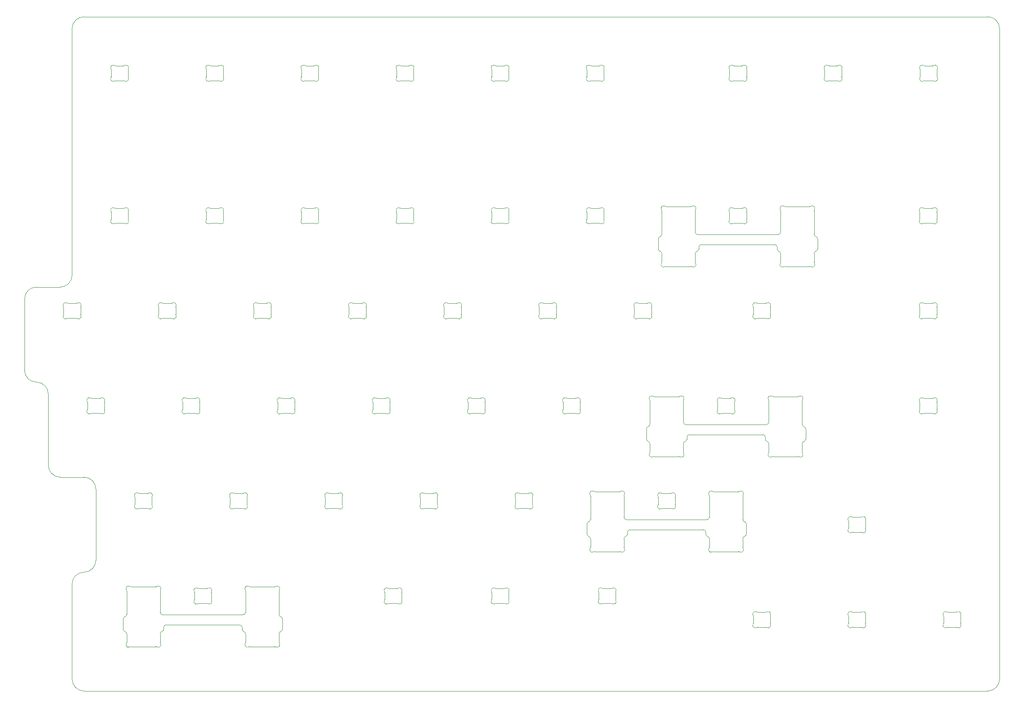
<source format=gbr>
%TF.GenerationSoftware,KiCad,Pcbnew,9.0.4*%
%TF.CreationDate,2025-09-14T11:33:08-05:00*%
%TF.ProjectId,shek-rounded,7368656b-2d72-46f7-956e-6465642e6b69,rev?*%
%TF.SameCoordinates,Original*%
%TF.FileFunction,Profile,NP*%
%FSLAX46Y46*%
G04 Gerber Fmt 4.6, Leading zero omitted, Abs format (unit mm)*
G04 Created by KiCad (PCBNEW 9.0.4) date 2025-09-14 11:33:08*
%MOMM*%
%LPD*%
G01*
G04 APERTURE LIST*
%TA.AperFunction,Profile*%
%ADD10C,0.050000*%
%TD*%
%TA.AperFunction,Profile*%
%ADD11C,0.100000*%
%TD*%
G04 APERTURE END LIST*
D10*
X473869148Y-50601605D02*
G75*
G02*
X476250395Y-52982857I-48J-2381295D01*
G01*
X283368750Y-123825000D02*
G75*
G02*
X280987500Y-121443750I50J2381300D01*
G01*
X476250000Y-183356250D02*
G75*
G02*
X473868750Y-185737500I-2381300J50D01*
G01*
X290512500Y-183356250D02*
X290512500Y-164306250D01*
X283368750Y-123825000D02*
G75*
G02*
X285750000Y-126206250I-50J-2381300D01*
G01*
X295275000Y-159543750D02*
G75*
G02*
X292893750Y-161925000I-2381300J50D01*
G01*
X295275000Y-159543750D02*
X295275000Y-145256250D01*
X292893750Y-142875000D02*
G75*
G02*
X295275000Y-145256250I-50J-2381300D01*
G01*
X292893750Y-185737500D02*
G75*
G02*
X290512500Y-183356250I50J2381300D01*
G01*
X280987500Y-107156250D02*
G75*
G02*
X283368750Y-104775000I2381300J-50D01*
G01*
X290512500Y-102393750D02*
X290512500Y-80962500D01*
X290512744Y-52982857D02*
G75*
G02*
X292893996Y-50601644I2381256J-43D01*
G01*
X476250000Y-159543750D02*
X476250000Y-183356250D01*
X292893996Y-50601605D02*
X473869148Y-50601605D01*
X290512500Y-164306250D02*
G75*
G02*
X292893750Y-161925000I2381300J-50D01*
G01*
X290512500Y-102393750D02*
G75*
G02*
X288131250Y-104775000I-2381300J50D01*
G01*
X411956250Y-185737500D02*
X292893750Y-185737500D01*
X285750000Y-140493750D02*
X285749999Y-126206250D01*
X280987500Y-121443750D02*
X280987500Y-107156250D01*
X290512500Y-80962500D02*
X290512745Y-52982857D01*
X283368750Y-104775000D02*
X288131250Y-104775000D01*
X292893750Y-142875000D02*
X288131250Y-142874999D01*
X288131250Y-142875000D02*
G75*
G02*
X285750000Y-140493750I50J2381300D01*
G01*
X473868750Y-185737500D02*
X411956250Y-185737500D01*
X476250400Y-52982857D02*
X476250001Y-159543750D01*
%TO.C,S4*%
X300756250Y-173329999D02*
X300756250Y-171330001D01*
X301456250Y-170376062D02*
X301456250Y-165704562D01*
X301456250Y-175955439D02*
X301456250Y-174283937D01*
X302330811Y-164830000D02*
X307281688Y-164830000D01*
X307281689Y-176830000D02*
X302330812Y-176830000D01*
X308156250Y-165704561D02*
X308156250Y-169949999D01*
X308156250Y-174283938D02*
X308156250Y-175955439D01*
X308656251Y-170450000D02*
X313925322Y-170450000D01*
X308856250Y-172950001D02*
X308856250Y-173330000D01*
X313925322Y-170450000D02*
X319487178Y-170450000D01*
X314108174Y-172450000D02*
X309356251Y-172450000D01*
X314108174Y-172450000D02*
X319304326Y-172450000D01*
X319487178Y-170450000D02*
X324756250Y-170450000D01*
X324056250Y-172450000D02*
X319304326Y-172450000D01*
X324556250Y-173330000D02*
X324556250Y-172950000D01*
X325256250Y-169950000D02*
X325256250Y-165700896D01*
X325256250Y-175955400D02*
X325256250Y-174283939D01*
X326130850Y-164830000D02*
X331085490Y-164830000D01*
X331081650Y-176830000D02*
X326127010Y-176830000D01*
X331956250Y-165704600D02*
X331956250Y-170376000D01*
X331956250Y-174283900D02*
X331956250Y-175959240D01*
X332656250Y-171330000D02*
X332656250Y-173330000D01*
X300756250Y-171330001D02*
G75*
G02*
X301106250Y-170853030I500001J1D01*
G01*
X301106250Y-173806970D02*
G75*
G02*
X300756250Y-173329999I150001J476970D01*
G01*
X301106250Y-173806970D02*
G75*
G02*
X301456250Y-174283937I-149998J-476968D01*
G01*
X301383027Y-165444056D02*
G75*
G02*
X301456250Y-165704562I-426788J-260505D01*
G01*
X301383027Y-165444056D02*
G75*
G02*
X302070306Y-164756777I426776J260503D01*
G01*
X301456250Y-170376062D02*
G75*
G02*
X301106250Y-170853030I-499998J0D01*
G01*
X301456250Y-175955439D02*
G75*
G02*
X301383027Y-176215944I-500011J0D01*
G01*
X302070306Y-176903223D02*
G75*
G02*
X301383027Y-176215944I-260503J426776D01*
G01*
X302070306Y-176903223D02*
G75*
G02*
X302330812Y-176830000I260505J-426788D01*
G01*
X302330811Y-164830000D02*
G75*
G02*
X302070306Y-164756777I0J500011D01*
G01*
X307281689Y-176830000D02*
G75*
G02*
X307542194Y-176903223I0J-500011D01*
G01*
X307542194Y-164756777D02*
G75*
G02*
X307281688Y-164830000I-260505J426788D01*
G01*
X307542194Y-164756777D02*
G75*
G02*
X308229473Y-165444056I260503J-426776D01*
G01*
X308156250Y-165704561D02*
G75*
G02*
X308229473Y-165444056I500011J0D01*
G01*
X308156250Y-174283938D02*
G75*
G02*
X308506250Y-173806970I499998J0D01*
G01*
X308229473Y-176215944D02*
G75*
G02*
X307542194Y-176903223I-426776J-260503D01*
G01*
X308229473Y-176215944D02*
G75*
G02*
X308156250Y-175955439I426788J260505D01*
G01*
X308656251Y-170450000D02*
G75*
G02*
X308156250Y-169949999I0J500001D01*
G01*
X308856250Y-172950001D02*
G75*
G02*
X309356251Y-172450000I500001J0D01*
G01*
X308856250Y-173330000D02*
G75*
G02*
X308506250Y-173806970I-500001J0D01*
G01*
X324056250Y-172450000D02*
G75*
G02*
X324556250Y-172950000I0J-500000D01*
G01*
X324906250Y-173806970D02*
G75*
G02*
X324556250Y-173330000I150000J476970D01*
G01*
X324906250Y-173806970D02*
G75*
G02*
X325256212Y-174283939I-150000J-476930D01*
G01*
X325183027Y-165444056D02*
G75*
G02*
X325256273Y-165700896I-426677J-260544D01*
G01*
X325183027Y-165444056D02*
G75*
G02*
X325870306Y-164756777I426823J260456D01*
G01*
X325256250Y-169950000D02*
G75*
G02*
X324756250Y-170450000I-500000J0D01*
G01*
X325256250Y-175955400D02*
G75*
G02*
X325183046Y-176215956I-500300J0D01*
G01*
X325870306Y-176903223D02*
G75*
G02*
X325183027Y-176215944I-260456J426823D01*
G01*
X325870306Y-176903223D02*
G75*
G02*
X326127010Y-176829978I260544J-426677D01*
G01*
X326130850Y-164830000D02*
G75*
G02*
X325870294Y-164756796I0J500300D01*
G01*
X331081650Y-176830000D02*
G75*
G02*
X331342206Y-176903204I0J-500300D01*
G01*
X331342194Y-164756777D02*
G75*
G02*
X331085490Y-164830022I-260544J426677D01*
G01*
X331342194Y-164756777D02*
G75*
G02*
X332029473Y-165444056I260456J-426823D01*
G01*
X331956250Y-165704600D02*
G75*
G02*
X332029454Y-165444044I500300J0D01*
G01*
X331956250Y-174283900D02*
G75*
G02*
X332306260Y-173807001I499900J0D01*
G01*
X332029473Y-176215944D02*
G75*
G02*
X331342194Y-176903223I-426823J-260456D01*
G01*
X332029473Y-176215944D02*
G75*
G02*
X331956228Y-175959240I426677J260544D01*
G01*
X332306250Y-170853030D02*
G75*
G02*
X331956313Y-170376000I149900J476830D01*
G01*
X332306250Y-170853030D02*
G75*
G02*
X332656250Y-171330000I-150000J-476970D01*
G01*
X332656250Y-173330000D02*
G75*
G02*
X332306250Y-173806970I-500000J0D01*
G01*
%TO.C,S1*%
X407912500Y-97129999D02*
X407912500Y-95130001D01*
X408612500Y-94176062D02*
X408612500Y-89504562D01*
X408612500Y-99755439D02*
X408612500Y-98083937D01*
X409487061Y-88630000D02*
X414437938Y-88630000D01*
X414437939Y-100630000D02*
X409487062Y-100630000D01*
X415312500Y-89504561D02*
X415312500Y-93749999D01*
X415312500Y-98083938D02*
X415312500Y-99755439D01*
X415812501Y-94250000D02*
X421081572Y-94250000D01*
X416012500Y-96750001D02*
X416012500Y-97130000D01*
X421081572Y-94250000D02*
X426643428Y-94250000D01*
X421264424Y-96250000D02*
X416512501Y-96250000D01*
X421264424Y-96250000D02*
X426460576Y-96250000D01*
X426643428Y-94250000D02*
X431912500Y-94250000D01*
X431212500Y-96250000D02*
X426460576Y-96250000D01*
X431712500Y-97130000D02*
X431712500Y-96750000D01*
X432412500Y-93750000D02*
X432412500Y-89500896D01*
X432412500Y-99755400D02*
X432412500Y-98083939D01*
X433287100Y-88630000D02*
X438241740Y-88630000D01*
X438237900Y-100630000D02*
X433283260Y-100630000D01*
X439112500Y-89504600D02*
X439112500Y-94176000D01*
X439112500Y-98083900D02*
X439112500Y-99759240D01*
X439812500Y-95130000D02*
X439812500Y-97130000D01*
X407912500Y-95130001D02*
G75*
G02*
X408262500Y-94653030I500001J1D01*
G01*
X408262500Y-97606970D02*
G75*
G02*
X407912500Y-97129999I150001J476970D01*
G01*
X408262500Y-97606970D02*
G75*
G02*
X408612500Y-98083937I-149998J-476968D01*
G01*
X408539277Y-89244056D02*
G75*
G02*
X408612500Y-89504562I-426788J-260505D01*
G01*
X408539277Y-89244056D02*
G75*
G02*
X409226556Y-88556777I426776J260503D01*
G01*
X408612500Y-94176062D02*
G75*
G02*
X408262500Y-94653030I-499998J0D01*
G01*
X408612500Y-99755439D02*
G75*
G02*
X408539277Y-100015944I-500011J0D01*
G01*
X409226556Y-100703223D02*
G75*
G02*
X408539277Y-100015944I-260503J426776D01*
G01*
X409226556Y-100703223D02*
G75*
G02*
X409487062Y-100630000I260505J-426788D01*
G01*
X409487061Y-88630000D02*
G75*
G02*
X409226556Y-88556777I0J500011D01*
G01*
X414437939Y-100630000D02*
G75*
G02*
X414698444Y-100703223I0J-500011D01*
G01*
X414698444Y-88556777D02*
G75*
G02*
X414437938Y-88630000I-260505J426788D01*
G01*
X414698444Y-88556777D02*
G75*
G02*
X415385723Y-89244056I260503J-426776D01*
G01*
X415312500Y-89504561D02*
G75*
G02*
X415385723Y-89244056I500011J0D01*
G01*
X415312500Y-98083938D02*
G75*
G02*
X415662500Y-97606970I499998J0D01*
G01*
X415385723Y-100015944D02*
G75*
G02*
X414698444Y-100703223I-426776J-260503D01*
G01*
X415385723Y-100015944D02*
G75*
G02*
X415312500Y-99755439I426788J260505D01*
G01*
X415812501Y-94250000D02*
G75*
G02*
X415312500Y-93749999I0J500001D01*
G01*
X416012500Y-96750001D02*
G75*
G02*
X416512501Y-96250000I500001J0D01*
G01*
X416012500Y-97130000D02*
G75*
G02*
X415662500Y-97606970I-500001J0D01*
G01*
X431212500Y-96250000D02*
G75*
G02*
X431712500Y-96750000I0J-500000D01*
G01*
X432062500Y-97606970D02*
G75*
G02*
X431712500Y-97130000I150000J476970D01*
G01*
X432062500Y-97606970D02*
G75*
G02*
X432412462Y-98083939I-150000J-476930D01*
G01*
X432339277Y-89244056D02*
G75*
G02*
X432412523Y-89500896I-426677J-260544D01*
G01*
X432339277Y-89244056D02*
G75*
G02*
X433026556Y-88556777I426823J260456D01*
G01*
X432412500Y-93750000D02*
G75*
G02*
X431912500Y-94250000I-500000J0D01*
G01*
X432412500Y-99755400D02*
G75*
G02*
X432339296Y-100015956I-500300J0D01*
G01*
X433026556Y-100703223D02*
G75*
G02*
X432339277Y-100015944I-260456J426823D01*
G01*
X433026556Y-100703223D02*
G75*
G02*
X433283260Y-100629978I260544J-426677D01*
G01*
X433287100Y-88630000D02*
G75*
G02*
X433026544Y-88556796I0J500300D01*
G01*
X438237900Y-100630000D02*
G75*
G02*
X438498456Y-100703204I0J-500300D01*
G01*
X438498444Y-88556777D02*
G75*
G02*
X438241740Y-88630022I-260544J426677D01*
G01*
X438498444Y-88556777D02*
G75*
G02*
X439185723Y-89244056I260456J-426823D01*
G01*
X439112500Y-89504600D02*
G75*
G02*
X439185704Y-89244044I500300J0D01*
G01*
X439112500Y-98083900D02*
G75*
G02*
X439462510Y-97607001I499900J0D01*
G01*
X439185723Y-100015944D02*
G75*
G02*
X438498444Y-100703223I-426823J-260456D01*
G01*
X439185723Y-100015944D02*
G75*
G02*
X439112478Y-99759240I426677J260544D01*
G01*
X439462500Y-94653030D02*
G75*
G02*
X439112563Y-94176000I149900J476830D01*
G01*
X439462500Y-94653030D02*
G75*
G02*
X439812500Y-95130000I-150000J-476970D01*
G01*
X439812500Y-97130000D02*
G75*
G02*
X439462500Y-97606970I-500000J0D01*
G01*
%TO.C,S3*%
X393625000Y-154279999D02*
X393625000Y-152280001D01*
X394325000Y-151326062D02*
X394325000Y-146654562D01*
X394325000Y-156905439D02*
X394325000Y-155233937D01*
X395199561Y-145780000D02*
X400150438Y-145780000D01*
X400150439Y-157780000D02*
X395199562Y-157780000D01*
X401025000Y-146654561D02*
X401025000Y-150899999D01*
X401025000Y-155233938D02*
X401025000Y-156905439D01*
X401525001Y-151400000D02*
X406794072Y-151400000D01*
X401725000Y-153900001D02*
X401725000Y-154280000D01*
X406794072Y-151400000D02*
X412355928Y-151400000D01*
X406976924Y-153400000D02*
X402225001Y-153400000D01*
X406976924Y-153400000D02*
X412173076Y-153400000D01*
X412355928Y-151400000D02*
X417625000Y-151400000D01*
X416925000Y-153400000D02*
X412173076Y-153400000D01*
X417425000Y-154280000D02*
X417425000Y-153900000D01*
X418125000Y-150900000D02*
X418125000Y-146650896D01*
X418125000Y-156905400D02*
X418125000Y-155233939D01*
X418999600Y-145780000D02*
X423954240Y-145780000D01*
X423950400Y-157780000D02*
X418995760Y-157780000D01*
X424825000Y-146654600D02*
X424825000Y-151326000D01*
X424825000Y-155233900D02*
X424825000Y-156909240D01*
X425525000Y-152280000D02*
X425525000Y-154280000D01*
X393625000Y-152280001D02*
G75*
G02*
X393975000Y-151803030I500001J1D01*
G01*
X393975000Y-154756970D02*
G75*
G02*
X393625000Y-154279999I150001J476970D01*
G01*
X393975000Y-154756970D02*
G75*
G02*
X394325000Y-155233937I-149998J-476968D01*
G01*
X394251777Y-146394056D02*
G75*
G02*
X394325000Y-146654562I-426788J-260505D01*
G01*
X394251777Y-146394056D02*
G75*
G02*
X394939056Y-145706777I426776J260503D01*
G01*
X394325000Y-151326062D02*
G75*
G02*
X393975000Y-151803030I-499998J0D01*
G01*
X394325000Y-156905439D02*
G75*
G02*
X394251777Y-157165944I-500011J0D01*
G01*
X394939056Y-157853223D02*
G75*
G02*
X394251777Y-157165944I-260503J426776D01*
G01*
X394939056Y-157853223D02*
G75*
G02*
X395199562Y-157780000I260505J-426788D01*
G01*
X395199561Y-145780000D02*
G75*
G02*
X394939056Y-145706777I0J500011D01*
G01*
X400150439Y-157780000D02*
G75*
G02*
X400410944Y-157853223I0J-500011D01*
G01*
X400410944Y-145706777D02*
G75*
G02*
X400150438Y-145780000I-260505J426788D01*
G01*
X400410944Y-145706777D02*
G75*
G02*
X401098223Y-146394056I260503J-426776D01*
G01*
X401025000Y-146654561D02*
G75*
G02*
X401098223Y-146394056I500011J0D01*
G01*
X401025000Y-155233938D02*
G75*
G02*
X401375000Y-154756970I499998J0D01*
G01*
X401098223Y-157165944D02*
G75*
G02*
X400410944Y-157853223I-426776J-260503D01*
G01*
X401098223Y-157165944D02*
G75*
G02*
X401025000Y-156905439I426788J260505D01*
G01*
X401525001Y-151400000D02*
G75*
G02*
X401025000Y-150899999I0J500001D01*
G01*
X401725000Y-153900001D02*
G75*
G02*
X402225001Y-153400000I500001J0D01*
G01*
X401725000Y-154280000D02*
G75*
G02*
X401375000Y-154756970I-500001J0D01*
G01*
X416925000Y-153400000D02*
G75*
G02*
X417425000Y-153900000I0J-500000D01*
G01*
X417775000Y-154756970D02*
G75*
G02*
X417425000Y-154280000I150000J476970D01*
G01*
X417775000Y-154756970D02*
G75*
G02*
X418124962Y-155233939I-150000J-476930D01*
G01*
X418051777Y-146394056D02*
G75*
G02*
X418125023Y-146650896I-426677J-260544D01*
G01*
X418051777Y-146394056D02*
G75*
G02*
X418739056Y-145706777I426823J260456D01*
G01*
X418125000Y-150900000D02*
G75*
G02*
X417625000Y-151400000I-500000J0D01*
G01*
X418125000Y-156905400D02*
G75*
G02*
X418051796Y-157165956I-500300J0D01*
G01*
X418739056Y-157853223D02*
G75*
G02*
X418051777Y-157165944I-260456J426823D01*
G01*
X418739056Y-157853223D02*
G75*
G02*
X418995760Y-157779978I260544J-426677D01*
G01*
X418999600Y-145780000D02*
G75*
G02*
X418739044Y-145706796I0J500300D01*
G01*
X423950400Y-157780000D02*
G75*
G02*
X424210956Y-157853204I0J-500300D01*
G01*
X424210944Y-145706777D02*
G75*
G02*
X423954240Y-145780022I-260544J426677D01*
G01*
X424210944Y-145706777D02*
G75*
G02*
X424898223Y-146394056I260456J-426823D01*
G01*
X424825000Y-146654600D02*
G75*
G02*
X424898204Y-146394044I500300J0D01*
G01*
X424825000Y-155233900D02*
G75*
G02*
X425175010Y-154757001I499900J0D01*
G01*
X424898223Y-157165944D02*
G75*
G02*
X424210944Y-157853223I-426823J-260456D01*
G01*
X424898223Y-157165944D02*
G75*
G02*
X424824978Y-156909240I426677J260544D01*
G01*
X425175000Y-151803030D02*
G75*
G02*
X424825063Y-151326000I149900J476830D01*
G01*
X425175000Y-151803030D02*
G75*
G02*
X425525000Y-152280000I-150000J-476970D01*
G01*
X425525000Y-154280000D02*
G75*
G02*
X425175000Y-154756970I-500000J0D01*
G01*
%TO.C,S2*%
X405531250Y-135229999D02*
X405531250Y-133230001D01*
X406231250Y-132276062D02*
X406231250Y-127604562D01*
X406231250Y-137855439D02*
X406231250Y-136183937D01*
X407105811Y-126730000D02*
X412056688Y-126730000D01*
X412056689Y-138730000D02*
X407105812Y-138730000D01*
X412931250Y-127604561D02*
X412931250Y-131849999D01*
X412931250Y-136183938D02*
X412931250Y-137855439D01*
X413431251Y-132350000D02*
X418700322Y-132350000D01*
X413631250Y-134850001D02*
X413631250Y-135230000D01*
X418700322Y-132350000D02*
X424262178Y-132350000D01*
X418883174Y-134350000D02*
X414131251Y-134350000D01*
X418883174Y-134350000D02*
X424079326Y-134350000D01*
X424262178Y-132350000D02*
X429531250Y-132350000D01*
X428831250Y-134350000D02*
X424079326Y-134350000D01*
X429331250Y-135230000D02*
X429331250Y-134850000D01*
X430031250Y-131850000D02*
X430031250Y-127600896D01*
X430031250Y-137855400D02*
X430031250Y-136183939D01*
X430905850Y-126730000D02*
X435860490Y-126730000D01*
X435856650Y-138730000D02*
X430902010Y-138730000D01*
X436731250Y-127604600D02*
X436731250Y-132276000D01*
X436731250Y-136183900D02*
X436731250Y-137859240D01*
X437431250Y-133230000D02*
X437431250Y-135230000D01*
X405531250Y-133230001D02*
G75*
G02*
X405881250Y-132753030I500001J1D01*
G01*
X405881250Y-135706970D02*
G75*
G02*
X405531250Y-135229999I150001J476970D01*
G01*
X405881250Y-135706970D02*
G75*
G02*
X406231250Y-136183937I-149998J-476968D01*
G01*
X406158027Y-127344056D02*
G75*
G02*
X406231250Y-127604562I-426788J-260505D01*
G01*
X406158027Y-127344056D02*
G75*
G02*
X406845306Y-126656777I426776J260503D01*
G01*
X406231250Y-132276062D02*
G75*
G02*
X405881250Y-132753030I-499998J0D01*
G01*
X406231250Y-137855439D02*
G75*
G02*
X406158027Y-138115944I-500011J0D01*
G01*
X406845306Y-138803223D02*
G75*
G02*
X406158027Y-138115944I-260503J426776D01*
G01*
X406845306Y-138803223D02*
G75*
G02*
X407105812Y-138730000I260505J-426788D01*
G01*
X407105811Y-126730000D02*
G75*
G02*
X406845306Y-126656777I0J500011D01*
G01*
X412056689Y-138730000D02*
G75*
G02*
X412317194Y-138803223I0J-500011D01*
G01*
X412317194Y-126656777D02*
G75*
G02*
X412056688Y-126730000I-260505J426788D01*
G01*
X412317194Y-126656777D02*
G75*
G02*
X413004473Y-127344056I260503J-426776D01*
G01*
X412931250Y-127604561D02*
G75*
G02*
X413004473Y-127344056I500011J0D01*
G01*
X412931250Y-136183938D02*
G75*
G02*
X413281250Y-135706970I499998J0D01*
G01*
X413004473Y-138115944D02*
G75*
G02*
X412317194Y-138803223I-426776J-260503D01*
G01*
X413004473Y-138115944D02*
G75*
G02*
X412931250Y-137855439I426788J260505D01*
G01*
X413431251Y-132350000D02*
G75*
G02*
X412931250Y-131849999I0J500001D01*
G01*
X413631250Y-134850001D02*
G75*
G02*
X414131251Y-134350000I500001J0D01*
G01*
X413631250Y-135230000D02*
G75*
G02*
X413281250Y-135706970I-500001J0D01*
G01*
X428831250Y-134350000D02*
G75*
G02*
X429331250Y-134850000I0J-500000D01*
G01*
X429681250Y-135706970D02*
G75*
G02*
X429331250Y-135230000I150000J476970D01*
G01*
X429681250Y-135706970D02*
G75*
G02*
X430031212Y-136183939I-150000J-476930D01*
G01*
X429958027Y-127344056D02*
G75*
G02*
X430031273Y-127600896I-426677J-260544D01*
G01*
X429958027Y-127344056D02*
G75*
G02*
X430645306Y-126656777I426823J260456D01*
G01*
X430031250Y-131850000D02*
G75*
G02*
X429531250Y-132350000I-500000J0D01*
G01*
X430031250Y-137855400D02*
G75*
G02*
X429958046Y-138115956I-500300J0D01*
G01*
X430645306Y-138803223D02*
G75*
G02*
X429958027Y-138115944I-260456J426823D01*
G01*
X430645306Y-138803223D02*
G75*
G02*
X430902010Y-138729978I260544J-426677D01*
G01*
X430905850Y-126730000D02*
G75*
G02*
X430645294Y-126656796I0J500300D01*
G01*
X435856650Y-138730000D02*
G75*
G02*
X436117206Y-138803204I0J-500300D01*
G01*
X436117194Y-126656777D02*
G75*
G02*
X435860490Y-126730022I-260544J426677D01*
G01*
X436117194Y-126656777D02*
G75*
G02*
X436804473Y-127344056I260456J-426823D01*
G01*
X436731250Y-127604600D02*
G75*
G02*
X436804454Y-127344044I500300J0D01*
G01*
X436731250Y-136183900D02*
G75*
G02*
X437081260Y-135707001I499900J0D01*
G01*
X436804473Y-138115944D02*
G75*
G02*
X436117194Y-138803223I-426823J-260456D01*
G01*
X436804473Y-138115944D02*
G75*
G02*
X436731228Y-137859240I426677J260544D01*
G01*
X437081250Y-132753030D02*
G75*
G02*
X436731313Y-132276000I149900J476830D01*
G01*
X437081250Y-132753030D02*
G75*
G02*
X437431250Y-133230000I-150000J-476970D01*
G01*
X437431250Y-135230000D02*
G75*
G02*
X437081250Y-135706970I-500000J0D01*
G01*
D11*
%TO.C,LED21*%
X345962501Y-110240343D02*
X345962501Y-108834659D01*
X346868048Y-108037501D02*
X348456952Y-108037501D01*
X348456952Y-111037500D02*
X346868047Y-111037500D01*
X349362499Y-108834659D02*
X349362499Y-110240343D01*
X345913016Y-108617781D02*
G75*
G02*
X345962519Y-108834659I-450516J-216919D01*
G01*
X345913016Y-108617782D02*
G75*
G02*
X346615790Y-107969199I450514J216882D01*
G01*
X345962501Y-110240344D02*
G75*
G02*
X345913016Y-110457221I-499881J-26D01*
G01*
X346615789Y-111105799D02*
G75*
G02*
X345913017Y-110457221I-252259J431699D01*
G01*
X346615789Y-111105799D02*
G75*
G02*
X346868047Y-111037500I252261J-431711D01*
G01*
X346868048Y-108037501D02*
G75*
G02*
X346615789Y-107969202I2J500011D01*
G01*
X348456953Y-111037501D02*
G75*
G02*
X348709211Y-111105800I-3J-500009D01*
G01*
X348709210Y-107969202D02*
G75*
G02*
X348456952Y-108037501I-252261J431710D01*
G01*
X348709211Y-107969204D02*
G75*
G02*
X349411984Y-108617781I252258J-431700D01*
G01*
X349362499Y-108834658D02*
G75*
G02*
X349411984Y-108617781I499990J1D01*
G01*
X349411984Y-110457221D02*
G75*
G02*
X348709211Y-111105800I-450515J-216878D01*
G01*
X349411984Y-110457221D02*
G75*
G02*
X349362499Y-110240343I450505J216876D01*
G01*
%TO.C,LED3*%
X336437501Y-62615343D02*
X336437501Y-61209659D01*
X337343048Y-60412501D02*
X338931952Y-60412501D01*
X338931952Y-63412500D02*
X337343047Y-63412500D01*
X339837499Y-61209659D02*
X339837499Y-62615343D01*
X336388016Y-60992781D02*
G75*
G02*
X336437519Y-61209659I-450516J-216919D01*
G01*
X336388016Y-60992782D02*
G75*
G02*
X337090790Y-60344199I450514J216882D01*
G01*
X336437501Y-62615344D02*
G75*
G02*
X336388016Y-62832221I-499881J-26D01*
G01*
X337090789Y-63480799D02*
G75*
G02*
X336388017Y-62832221I-252259J431699D01*
G01*
X337090789Y-63480799D02*
G75*
G02*
X337343047Y-63412500I252261J-431711D01*
G01*
X337343048Y-60412501D02*
G75*
G02*
X337090789Y-60344202I2J500011D01*
G01*
X338931953Y-63412501D02*
G75*
G02*
X339184211Y-63480800I-3J-500009D01*
G01*
X339184210Y-60344202D02*
G75*
G02*
X338931952Y-60412501I-252261J431710D01*
G01*
X339184211Y-60344204D02*
G75*
G02*
X339886984Y-60992781I252258J-431700D01*
G01*
X339837499Y-61209658D02*
G75*
G02*
X339886984Y-60992781I499990J1D01*
G01*
X339886984Y-62832221D02*
G75*
G02*
X339184211Y-63480800I-450515J-216878D01*
G01*
X339886984Y-62832221D02*
G75*
G02*
X339837499Y-62615343I450505J216876D01*
G01*
%TO.C,LED17*%
X298337501Y-91190341D02*
X298337501Y-89784657D01*
X299243048Y-88987500D02*
X300831953Y-88987500D01*
X300831952Y-91987499D02*
X299243048Y-91987499D01*
X301737499Y-89784657D02*
X301737499Y-91190341D01*
X298288016Y-89567779D02*
G75*
G02*
X298337501Y-89784657I-450505J-216876D01*
G01*
X298288016Y-89567779D02*
G75*
G02*
X298990789Y-88919200I450515J216878D01*
G01*
X298337501Y-91190342D02*
G75*
G02*
X298288016Y-91407219I-499990J-1D01*
G01*
X298990789Y-92055796D02*
G75*
G02*
X298288016Y-91407219I-252258J431700D01*
G01*
X298990790Y-92055798D02*
G75*
G02*
X299243048Y-91987499I252261J-431710D01*
G01*
X299243047Y-88987499D02*
G75*
G02*
X298990789Y-88919200I3J500009D01*
G01*
X300831952Y-91987499D02*
G75*
G02*
X301084211Y-92055798I-2J-500011D01*
G01*
X301084211Y-88919201D02*
G75*
G02*
X300831953Y-88987500I-252261J431711D01*
G01*
X301084211Y-88919201D02*
G75*
G02*
X301786983Y-89567779I252259J-431699D01*
G01*
X301737499Y-89784656D02*
G75*
G02*
X301786984Y-89567779I499881J26D01*
G01*
X301786984Y-91407218D02*
G75*
G02*
X301084210Y-92055801I-450514J-216882D01*
G01*
X301786984Y-91407219D02*
G75*
G02*
X301737481Y-91190341I450516J216919D01*
G01*
%TO.C,LED37*%
X341200001Y-148340343D02*
X341200001Y-146934659D01*
X342105548Y-146137501D02*
X343694452Y-146137501D01*
X343694452Y-149137500D02*
X342105547Y-149137500D01*
X344599999Y-146934659D02*
X344599999Y-148340343D01*
X341150516Y-146717781D02*
G75*
G02*
X341200019Y-146934659I-450516J-216919D01*
G01*
X341150516Y-146717782D02*
G75*
G02*
X341853290Y-146069199I450514J216882D01*
G01*
X341200001Y-148340344D02*
G75*
G02*
X341150516Y-148557221I-499881J-26D01*
G01*
X341853289Y-149205799D02*
G75*
G02*
X341150517Y-148557221I-252259J431699D01*
G01*
X341853289Y-149205799D02*
G75*
G02*
X342105547Y-149137500I252261J-431711D01*
G01*
X342105548Y-146137501D02*
G75*
G02*
X341853289Y-146069202I2J500011D01*
G01*
X343694453Y-149137501D02*
G75*
G02*
X343946711Y-149205800I-3J-500009D01*
G01*
X343946710Y-146069202D02*
G75*
G02*
X343694452Y-146137501I-252261J431710D01*
G01*
X343946711Y-146069204D02*
G75*
G02*
X344649484Y-146717781I252258J-431700D01*
G01*
X344599999Y-146934658D02*
G75*
G02*
X344649484Y-146717781I499990J1D01*
G01*
X344649484Y-148557221D02*
G75*
G02*
X343946711Y-149205800I-450515J-216878D01*
G01*
X344649484Y-148557221D02*
G75*
G02*
X344599999Y-148340343I450505J216876D01*
G01*
%TO.C,LED36*%
X322150001Y-148340343D02*
X322150001Y-146934659D01*
X323055548Y-146137501D02*
X324644452Y-146137501D01*
X324644452Y-149137500D02*
X323055547Y-149137500D01*
X325549999Y-146934659D02*
X325549999Y-148340343D01*
X322100516Y-146717781D02*
G75*
G02*
X322150019Y-146934659I-450516J-216919D01*
G01*
X322100516Y-146717782D02*
G75*
G02*
X322803290Y-146069199I450514J216882D01*
G01*
X322150001Y-148340344D02*
G75*
G02*
X322100516Y-148557221I-499881J-26D01*
G01*
X322803289Y-149205799D02*
G75*
G02*
X322100517Y-148557221I-252259J431699D01*
G01*
X322803289Y-149205799D02*
G75*
G02*
X323055547Y-149137500I252261J-431711D01*
G01*
X323055548Y-146137501D02*
G75*
G02*
X322803289Y-146069202I2J500011D01*
G01*
X324644453Y-149137501D02*
G75*
G02*
X324896711Y-149205800I-3J-500009D01*
G01*
X324896710Y-146069202D02*
G75*
G02*
X324644452Y-146137501I-252261J431710D01*
G01*
X324896711Y-146069204D02*
G75*
G02*
X325599484Y-146717781I252258J-431700D01*
G01*
X325549999Y-146934658D02*
G75*
G02*
X325599484Y-146717781I499990J1D01*
G01*
X325599484Y-148557221D02*
G75*
G02*
X324896711Y-149205800I-450515J-216878D01*
G01*
X325599484Y-148557221D02*
G75*
G02*
X325549999Y-148340343I450505J216876D01*
G01*
%TO.C,LED41*%
X445975001Y-153102843D02*
X445975001Y-151697159D01*
X446880548Y-150900001D02*
X448469452Y-150900001D01*
X448469452Y-153900000D02*
X446880547Y-153900000D01*
X449374999Y-151697159D02*
X449374999Y-153102843D01*
X445925516Y-151480281D02*
G75*
G02*
X445975019Y-151697159I-450516J-216919D01*
G01*
X445925516Y-151480282D02*
G75*
G02*
X446628290Y-150831699I450514J216882D01*
G01*
X445975001Y-153102844D02*
G75*
G02*
X445925516Y-153319721I-499881J-26D01*
G01*
X446628289Y-153968299D02*
G75*
G02*
X445925517Y-153319721I-252259J431699D01*
G01*
X446628289Y-153968299D02*
G75*
G02*
X446880547Y-153900000I252261J-431711D01*
G01*
X446880548Y-150900001D02*
G75*
G02*
X446628289Y-150831702I2J500011D01*
G01*
X448469453Y-153900001D02*
G75*
G02*
X448721711Y-153968300I-3J-500009D01*
G01*
X448721710Y-150831702D02*
G75*
G02*
X448469452Y-150900001I-252261J431710D01*
G01*
X448721711Y-150831704D02*
G75*
G02*
X449424484Y-151480281I252258J-431700D01*
G01*
X449374999Y-151697158D02*
G75*
G02*
X449424484Y-151480281I499990J1D01*
G01*
X449424484Y-153319721D02*
G75*
G02*
X448721711Y-153968300I-450515J-216878D01*
G01*
X449424484Y-153319721D02*
G75*
G02*
X449374999Y-153102843I450505J216876D01*
G01*
%TO.C,LED23*%
X384062501Y-110240343D02*
X384062501Y-108834659D01*
X384968048Y-108037501D02*
X386556952Y-108037501D01*
X386556952Y-111037500D02*
X384968047Y-111037500D01*
X387462499Y-108834659D02*
X387462499Y-110240343D01*
X384013016Y-108617781D02*
G75*
G02*
X384062519Y-108834659I-450516J-216919D01*
G01*
X384013016Y-108617782D02*
G75*
G02*
X384715790Y-107969199I450514J216882D01*
G01*
X384062501Y-110240344D02*
G75*
G02*
X384013016Y-110457221I-499881J-26D01*
G01*
X384715789Y-111105799D02*
G75*
G02*
X384013017Y-110457221I-252259J431699D01*
G01*
X384715789Y-111105799D02*
G75*
G02*
X384968047Y-111037500I252261J-431711D01*
G01*
X384968048Y-108037501D02*
G75*
G02*
X384715789Y-107969202I2J500011D01*
G01*
X386556953Y-111037501D02*
G75*
G02*
X386809211Y-111105800I-3J-500009D01*
G01*
X386809210Y-107969202D02*
G75*
G02*
X386556952Y-108037501I-252261J431710D01*
G01*
X386809211Y-107969204D02*
G75*
G02*
X387511984Y-108617781I252258J-431700D01*
G01*
X387462499Y-108834658D02*
G75*
G02*
X387511984Y-108617781I499990J1D01*
G01*
X387511984Y-110457221D02*
G75*
G02*
X386809211Y-111105800I-450515J-216878D01*
G01*
X387511984Y-110457221D02*
G75*
G02*
X387462499Y-110240343I450505J216876D01*
G01*
%TO.C,LED46*%
X374537501Y-167390341D02*
X374537501Y-165984657D01*
X375443048Y-165187500D02*
X377031953Y-165187500D01*
X377031952Y-168187499D02*
X375443048Y-168187499D01*
X377937499Y-165984657D02*
X377937499Y-167390341D01*
X374488016Y-165767779D02*
G75*
G02*
X374537501Y-165984657I-450505J-216876D01*
G01*
X374488016Y-165767779D02*
G75*
G02*
X375190789Y-165119200I450515J216878D01*
G01*
X374537501Y-167390342D02*
G75*
G02*
X374488016Y-167607219I-499990J-1D01*
G01*
X375190789Y-168255796D02*
G75*
G02*
X374488016Y-167607219I-252258J431700D01*
G01*
X375190790Y-168255798D02*
G75*
G02*
X375443048Y-168187499I252261J-431710D01*
G01*
X375443047Y-165187499D02*
G75*
G02*
X375190789Y-165119200I3J500009D01*
G01*
X377031952Y-168187499D02*
G75*
G02*
X377284211Y-168255798I-2J-500011D01*
G01*
X377284211Y-165119201D02*
G75*
G02*
X377031953Y-165187500I-252261J431711D01*
G01*
X377284211Y-165119201D02*
G75*
G02*
X377986983Y-165767779I252259J-431699D01*
G01*
X377937499Y-165984656D02*
G75*
G02*
X377986984Y-165767779I499881J26D01*
G01*
X377986984Y-167607218D02*
G75*
G02*
X377284210Y-168255801I-450514J-216882D01*
G01*
X377986984Y-167607219D02*
G75*
G02*
X377937481Y-167390341I450516J216919D01*
G01*
%TO.C,LED10*%
X460262501Y-91190341D02*
X460262501Y-89784657D01*
X461168048Y-88987500D02*
X462756953Y-88987500D01*
X462756952Y-91987499D02*
X461168048Y-91987499D01*
X463662499Y-89784657D02*
X463662499Y-91190341D01*
X460213016Y-89567779D02*
G75*
G02*
X460262501Y-89784657I-450505J-216876D01*
G01*
X460213016Y-89567779D02*
G75*
G02*
X460915789Y-88919200I450515J216878D01*
G01*
X460262501Y-91190342D02*
G75*
G02*
X460213016Y-91407219I-499990J-1D01*
G01*
X460915789Y-92055796D02*
G75*
G02*
X460213016Y-91407219I-252258J431700D01*
G01*
X460915790Y-92055798D02*
G75*
G02*
X461168048Y-91987499I252261J-431710D01*
G01*
X461168047Y-88987499D02*
G75*
G02*
X460915789Y-88919200I3J500009D01*
G01*
X462756952Y-91987499D02*
G75*
G02*
X463009211Y-92055798I-2J-500011D01*
G01*
X463009211Y-88919201D02*
G75*
G02*
X462756953Y-88987500I-252261J431711D01*
G01*
X463009211Y-88919201D02*
G75*
G02*
X463711983Y-89567779I252259J-431699D01*
G01*
X463662499Y-89784656D02*
G75*
G02*
X463711984Y-89567779I499881J26D01*
G01*
X463711984Y-91407218D02*
G75*
G02*
X463009210Y-92055801I-450514J-216882D01*
G01*
X463711984Y-91407219D02*
G75*
G02*
X463662481Y-91190341I450516J216919D01*
G01*
%TO.C,LED48*%
X315006251Y-167390341D02*
X315006251Y-165984657D01*
X315911798Y-165187500D02*
X317500703Y-165187500D01*
X317500702Y-168187499D02*
X315911798Y-168187499D01*
X318406249Y-165984657D02*
X318406249Y-167390341D01*
X314956766Y-165767779D02*
G75*
G02*
X315006251Y-165984657I-450505J-216876D01*
G01*
X314956766Y-165767779D02*
G75*
G02*
X315659539Y-165119200I450515J216878D01*
G01*
X315006251Y-167390342D02*
G75*
G02*
X314956766Y-167607219I-499990J-1D01*
G01*
X315659539Y-168255796D02*
G75*
G02*
X314956766Y-167607219I-252258J431700D01*
G01*
X315659540Y-168255798D02*
G75*
G02*
X315911798Y-168187499I252261J-431710D01*
G01*
X315911797Y-165187499D02*
G75*
G02*
X315659539Y-165119200I3J500009D01*
G01*
X317500702Y-168187499D02*
G75*
G02*
X317752961Y-168255798I-2J-500011D01*
G01*
X317752961Y-165119201D02*
G75*
G02*
X317500703Y-165187500I-252261J431711D01*
G01*
X317752961Y-165119201D02*
G75*
G02*
X318455733Y-165767779I252259J-431699D01*
G01*
X318406249Y-165984656D02*
G75*
G02*
X318455734Y-165767779I499881J26D01*
G01*
X318455734Y-167607218D02*
G75*
G02*
X317752960Y-168255801I-450514J-216882D01*
G01*
X318455734Y-167607219D02*
G75*
G02*
X318406231Y-167390341I450516J216919D01*
G01*
%TO.C,LED11*%
X422162501Y-91190341D02*
X422162501Y-89784657D01*
X423068048Y-88987500D02*
X424656953Y-88987500D01*
X424656952Y-91987499D02*
X423068048Y-91987499D01*
X425562499Y-89784657D02*
X425562499Y-91190341D01*
X422113016Y-89567779D02*
G75*
G02*
X422162501Y-89784657I-450505J-216876D01*
G01*
X422113016Y-89567779D02*
G75*
G02*
X422815789Y-88919200I450515J216878D01*
G01*
X422162501Y-91190342D02*
G75*
G02*
X422113016Y-91407219I-499990J-1D01*
G01*
X422815789Y-92055796D02*
G75*
G02*
X422113016Y-91407219I-252258J431700D01*
G01*
X422815790Y-92055798D02*
G75*
G02*
X423068048Y-91987499I252261J-431710D01*
G01*
X423068047Y-88987499D02*
G75*
G02*
X422815789Y-88919200I3J500009D01*
G01*
X424656952Y-91987499D02*
G75*
G02*
X424909211Y-92055798I-2J-500011D01*
G01*
X424909211Y-88919201D02*
G75*
G02*
X424656953Y-88987500I-252261J431711D01*
G01*
X424909211Y-88919201D02*
G75*
G02*
X425611983Y-89567779I252259J-431699D01*
G01*
X425562499Y-89784656D02*
G75*
G02*
X425611984Y-89567779I499881J26D01*
G01*
X425611984Y-91407218D02*
G75*
G02*
X424909210Y-92055801I-450514J-216882D01*
G01*
X425611984Y-91407219D02*
G75*
G02*
X425562481Y-91190341I450516J216919D01*
G01*
%TO.C,LED24*%
X403112501Y-110240343D02*
X403112501Y-108834659D01*
X404018048Y-108037501D02*
X405606952Y-108037501D01*
X405606952Y-111037500D02*
X404018047Y-111037500D01*
X406512499Y-108834659D02*
X406512499Y-110240343D01*
X403063016Y-108617781D02*
G75*
G02*
X403112519Y-108834659I-450516J-216919D01*
G01*
X403063016Y-108617782D02*
G75*
G02*
X403765790Y-107969199I450514J216882D01*
G01*
X403112501Y-110240344D02*
G75*
G02*
X403063016Y-110457221I-499881J-26D01*
G01*
X403765789Y-111105799D02*
G75*
G02*
X403063017Y-110457221I-252259J431699D01*
G01*
X403765789Y-111105799D02*
G75*
G02*
X404018047Y-111037500I252261J-431711D01*
G01*
X404018048Y-108037501D02*
G75*
G02*
X403765789Y-107969202I2J500011D01*
G01*
X405606953Y-111037501D02*
G75*
G02*
X405859211Y-111105800I-3J-500009D01*
G01*
X405859210Y-107969202D02*
G75*
G02*
X405606952Y-108037501I-252261J431710D01*
G01*
X405859211Y-107969204D02*
G75*
G02*
X406561984Y-108617781I252258J-431700D01*
G01*
X406512499Y-108834658D02*
G75*
G02*
X406561984Y-108617781I499990J1D01*
G01*
X406561984Y-110457221D02*
G75*
G02*
X405859211Y-111105800I-450515J-216878D01*
G01*
X406561984Y-110457221D02*
G75*
G02*
X406512499Y-110240343I450505J216876D01*
G01*
%TO.C,LED18*%
X288812501Y-110240343D02*
X288812501Y-108834659D01*
X289718048Y-108037501D02*
X291306952Y-108037501D01*
X291306952Y-111037500D02*
X289718047Y-111037500D01*
X292212499Y-108834659D02*
X292212499Y-110240343D01*
X288763016Y-108617781D02*
G75*
G02*
X288812519Y-108834659I-450516J-216919D01*
G01*
X288763016Y-108617782D02*
G75*
G02*
X289465790Y-107969199I450514J216882D01*
G01*
X288812501Y-110240344D02*
G75*
G02*
X288763016Y-110457221I-499881J-26D01*
G01*
X289465789Y-111105799D02*
G75*
G02*
X288763017Y-110457221I-252259J431699D01*
G01*
X289465789Y-111105799D02*
G75*
G02*
X289718047Y-111037500I252261J-431711D01*
G01*
X289718048Y-108037501D02*
G75*
G02*
X289465789Y-107969202I2J500011D01*
G01*
X291306953Y-111037501D02*
G75*
G02*
X291559211Y-111105800I-3J-500009D01*
G01*
X291559210Y-107969202D02*
G75*
G02*
X291306952Y-108037501I-252261J431710D01*
G01*
X291559211Y-107969204D02*
G75*
G02*
X292261984Y-108617781I252258J-431700D01*
G01*
X292212499Y-108834658D02*
G75*
G02*
X292261984Y-108617781I499990J1D01*
G01*
X292261984Y-110457221D02*
G75*
G02*
X291559211Y-111105800I-450515J-216878D01*
G01*
X292261984Y-110457221D02*
G75*
G02*
X292212499Y-110240343I450505J216876D01*
G01*
%TO.C,LED40*%
X407875001Y-148340343D02*
X407875001Y-146934659D01*
X408780548Y-146137501D02*
X410369452Y-146137501D01*
X410369452Y-149137500D02*
X408780547Y-149137500D01*
X411274999Y-146934659D02*
X411274999Y-148340343D01*
X407825516Y-146717781D02*
G75*
G02*
X407875019Y-146934659I-450516J-216919D01*
G01*
X407825516Y-146717782D02*
G75*
G02*
X408528290Y-146069199I450514J216882D01*
G01*
X407875001Y-148340344D02*
G75*
G02*
X407825516Y-148557221I-499881J-26D01*
G01*
X408528289Y-149205799D02*
G75*
G02*
X407825517Y-148557221I-252259J431699D01*
G01*
X408528289Y-149205799D02*
G75*
G02*
X408780547Y-149137500I252261J-431711D01*
G01*
X408780548Y-146137501D02*
G75*
G02*
X408528289Y-146069202I2J500011D01*
G01*
X410369453Y-149137501D02*
G75*
G02*
X410621711Y-149205800I-3J-500009D01*
G01*
X410621710Y-146069202D02*
G75*
G02*
X410369452Y-146137501I-252261J431710D01*
G01*
X410621711Y-146069204D02*
G75*
G02*
X411324484Y-146717781I252258J-431700D01*
G01*
X411274999Y-146934658D02*
G75*
G02*
X411324484Y-146717781I499990J1D01*
G01*
X411324484Y-148557221D02*
G75*
G02*
X410621711Y-149205800I-450515J-216878D01*
G01*
X411324484Y-148557221D02*
G75*
G02*
X411274999Y-148340343I450505J216876D01*
G01*
%TO.C,LED39*%
X379300001Y-148340343D02*
X379300001Y-146934659D01*
X380205548Y-146137501D02*
X381794452Y-146137501D01*
X381794452Y-149137500D02*
X380205547Y-149137500D01*
X382699999Y-146934659D02*
X382699999Y-148340343D01*
X379250516Y-146717781D02*
G75*
G02*
X379300019Y-146934659I-450516J-216919D01*
G01*
X379250516Y-146717782D02*
G75*
G02*
X379953290Y-146069199I450514J216882D01*
G01*
X379300001Y-148340344D02*
G75*
G02*
X379250516Y-148557221I-499881J-26D01*
G01*
X379953289Y-149205799D02*
G75*
G02*
X379250517Y-148557221I-252259J431699D01*
G01*
X379953289Y-149205799D02*
G75*
G02*
X380205547Y-149137500I252261J-431711D01*
G01*
X380205548Y-146137501D02*
G75*
G02*
X379953289Y-146069202I2J500011D01*
G01*
X381794453Y-149137501D02*
G75*
G02*
X382046711Y-149205800I-3J-500009D01*
G01*
X382046710Y-146069202D02*
G75*
G02*
X381794452Y-146137501I-252261J431710D01*
G01*
X382046711Y-146069204D02*
G75*
G02*
X382749484Y-146717781I252258J-431700D01*
G01*
X382699999Y-146934658D02*
G75*
G02*
X382749484Y-146717781I499990J1D01*
G01*
X382749484Y-148557221D02*
G75*
G02*
X382046711Y-149205800I-450515J-216878D01*
G01*
X382749484Y-148557221D02*
G75*
G02*
X382699999Y-148340343I450505J216876D01*
G01*
%TO.C,LED27*%
X460262501Y-129290341D02*
X460262501Y-127884657D01*
X461168048Y-127087500D02*
X462756953Y-127087500D01*
X462756952Y-130087499D02*
X461168048Y-130087499D01*
X463662499Y-127884657D02*
X463662499Y-129290341D01*
X460213016Y-127667779D02*
G75*
G02*
X460262501Y-127884657I-450505J-216876D01*
G01*
X460213016Y-127667779D02*
G75*
G02*
X460915789Y-127019200I450515J216878D01*
G01*
X460262501Y-129290342D02*
G75*
G02*
X460213016Y-129507219I-499990J-1D01*
G01*
X460915789Y-130155796D02*
G75*
G02*
X460213016Y-129507219I-252258J431700D01*
G01*
X460915790Y-130155798D02*
G75*
G02*
X461168048Y-130087499I252261J-431710D01*
G01*
X461168047Y-127087499D02*
G75*
G02*
X460915789Y-127019200I3J500009D01*
G01*
X462756952Y-130087499D02*
G75*
G02*
X463009211Y-130155798I-2J-500011D01*
G01*
X463009211Y-127019201D02*
G75*
G02*
X462756953Y-127087500I-252261J431711D01*
G01*
X463009211Y-127019201D02*
G75*
G02*
X463711983Y-127667779I252259J-431699D01*
G01*
X463662499Y-127884656D02*
G75*
G02*
X463711984Y-127667779I499881J26D01*
G01*
X463711984Y-129507218D02*
G75*
G02*
X463009210Y-130155801I-450514J-216882D01*
G01*
X463711984Y-129507219D02*
G75*
G02*
X463662481Y-129290341I450516J216919D01*
G01*
%TO.C,LED2*%
X317387501Y-62615343D02*
X317387501Y-61209659D01*
X318293048Y-60412501D02*
X319881952Y-60412501D01*
X319881952Y-63412500D02*
X318293047Y-63412500D01*
X320787499Y-61209659D02*
X320787499Y-62615343D01*
X317338016Y-60992781D02*
G75*
G02*
X317387519Y-61209659I-450516J-216919D01*
G01*
X317338016Y-60992782D02*
G75*
G02*
X318040790Y-60344199I450514J216882D01*
G01*
X317387501Y-62615344D02*
G75*
G02*
X317338016Y-62832221I-499881J-26D01*
G01*
X318040789Y-63480799D02*
G75*
G02*
X317338017Y-62832221I-252259J431699D01*
G01*
X318040789Y-63480799D02*
G75*
G02*
X318293047Y-63412500I252261J-431711D01*
G01*
X318293048Y-60412501D02*
G75*
G02*
X318040789Y-60344202I2J500011D01*
G01*
X319881953Y-63412501D02*
G75*
G02*
X320134211Y-63480800I-3J-500009D01*
G01*
X320134210Y-60344202D02*
G75*
G02*
X319881952Y-60412501I-252261J431710D01*
G01*
X320134211Y-60344204D02*
G75*
G02*
X320836984Y-60992781I252258J-431700D01*
G01*
X320787499Y-61209658D02*
G75*
G02*
X320836984Y-60992781I499990J1D01*
G01*
X320836984Y-62832221D02*
G75*
G02*
X320134211Y-63480800I-450515J-216878D01*
G01*
X320836984Y-62832221D02*
G75*
G02*
X320787499Y-62615343I450505J216876D01*
G01*
%TO.C,LED43*%
X445975001Y-172152841D02*
X445975001Y-170747157D01*
X446880548Y-169950000D02*
X448469453Y-169950000D01*
X448469452Y-172949999D02*
X446880548Y-172949999D01*
X449374999Y-170747157D02*
X449374999Y-172152841D01*
X445925516Y-170530279D02*
G75*
G02*
X445975001Y-170747157I-450505J-216876D01*
G01*
X445925516Y-170530279D02*
G75*
G02*
X446628289Y-169881700I450515J216878D01*
G01*
X445975001Y-172152842D02*
G75*
G02*
X445925516Y-172369719I-499990J-1D01*
G01*
X446628289Y-173018296D02*
G75*
G02*
X445925516Y-172369719I-252258J431700D01*
G01*
X446628290Y-173018298D02*
G75*
G02*
X446880548Y-172949999I252261J-431710D01*
G01*
X446880547Y-169949999D02*
G75*
G02*
X446628289Y-169881700I3J500009D01*
G01*
X448469452Y-172949999D02*
G75*
G02*
X448721711Y-173018298I-2J-500011D01*
G01*
X448721711Y-169881701D02*
G75*
G02*
X448469453Y-169950000I-252261J431711D01*
G01*
X448721711Y-169881701D02*
G75*
G02*
X449424483Y-170530279I252259J-431699D01*
G01*
X449374999Y-170747156D02*
G75*
G02*
X449424484Y-170530279I499881J26D01*
G01*
X449424484Y-172369718D02*
G75*
G02*
X448721710Y-173018301I-450514J-216882D01*
G01*
X449424484Y-172369719D02*
G75*
G02*
X449374981Y-172152841I450516J216919D01*
G01*
%TO.C,LED6*%
X393587501Y-62615343D02*
X393587501Y-61209659D01*
X394493048Y-60412501D02*
X396081952Y-60412501D01*
X396081952Y-63412500D02*
X394493047Y-63412500D01*
X396987499Y-61209659D02*
X396987499Y-62615343D01*
X393538016Y-60992781D02*
G75*
G02*
X393587519Y-61209659I-450516J-216919D01*
G01*
X393538016Y-60992782D02*
G75*
G02*
X394240790Y-60344199I450514J216882D01*
G01*
X393587501Y-62615344D02*
G75*
G02*
X393538016Y-62832221I-499881J-26D01*
G01*
X394240789Y-63480799D02*
G75*
G02*
X393538017Y-62832221I-252259J431699D01*
G01*
X394240789Y-63480799D02*
G75*
G02*
X394493047Y-63412500I252261J-431711D01*
G01*
X394493048Y-60412501D02*
G75*
G02*
X394240789Y-60344202I2J500011D01*
G01*
X396081953Y-63412501D02*
G75*
G02*
X396334211Y-63480800I-3J-500009D01*
G01*
X396334210Y-60344202D02*
G75*
G02*
X396081952Y-60412501I-252261J431710D01*
G01*
X396334211Y-60344204D02*
G75*
G02*
X397036984Y-60992781I252258J-431700D01*
G01*
X396987499Y-61209658D02*
G75*
G02*
X397036984Y-60992781I499990J1D01*
G01*
X397036984Y-62832221D02*
G75*
G02*
X396334211Y-63480800I-450515J-216878D01*
G01*
X397036984Y-62832221D02*
G75*
G02*
X396987499Y-62615343I450505J216876D01*
G01*
%TO.C,LED14*%
X355487501Y-91190341D02*
X355487501Y-89784657D01*
X356393048Y-88987500D02*
X357981953Y-88987500D01*
X357981952Y-91987499D02*
X356393048Y-91987499D01*
X358887499Y-89784657D02*
X358887499Y-91190341D01*
X355438016Y-89567779D02*
G75*
G02*
X355487501Y-89784657I-450505J-216876D01*
G01*
X355438016Y-89567779D02*
G75*
G02*
X356140789Y-88919200I450515J216878D01*
G01*
X355487501Y-91190342D02*
G75*
G02*
X355438016Y-91407219I-499990J-1D01*
G01*
X356140789Y-92055796D02*
G75*
G02*
X355438016Y-91407219I-252258J431700D01*
G01*
X356140790Y-92055798D02*
G75*
G02*
X356393048Y-91987499I252261J-431710D01*
G01*
X356393047Y-88987499D02*
G75*
G02*
X356140789Y-88919200I3J500009D01*
G01*
X357981952Y-91987499D02*
G75*
G02*
X358234211Y-92055798I-2J-500011D01*
G01*
X358234211Y-88919201D02*
G75*
G02*
X357981953Y-88987500I-252261J431711D01*
G01*
X358234211Y-88919201D02*
G75*
G02*
X358936983Y-89567779I252259J-431699D01*
G01*
X358887499Y-89784656D02*
G75*
G02*
X358936984Y-89567779I499881J26D01*
G01*
X358936984Y-91407218D02*
G75*
G02*
X358234210Y-92055801I-450514J-216882D01*
G01*
X358936984Y-91407219D02*
G75*
G02*
X358887481Y-91190341I450516J216919D01*
G01*
%TO.C,LED45*%
X395968751Y-167390341D02*
X395968751Y-165984657D01*
X396874298Y-165187500D02*
X398463203Y-165187500D01*
X398463202Y-168187499D02*
X396874298Y-168187499D01*
X399368749Y-165984657D02*
X399368749Y-167390341D01*
X395919266Y-165767779D02*
G75*
G02*
X395968751Y-165984657I-450505J-216876D01*
G01*
X395919266Y-165767779D02*
G75*
G02*
X396622039Y-165119200I450515J216878D01*
G01*
X395968751Y-167390342D02*
G75*
G02*
X395919266Y-167607219I-499990J-1D01*
G01*
X396622039Y-168255796D02*
G75*
G02*
X395919266Y-167607219I-252258J431700D01*
G01*
X396622040Y-168255798D02*
G75*
G02*
X396874298Y-168187499I252261J-431710D01*
G01*
X396874297Y-165187499D02*
G75*
G02*
X396622039Y-165119200I3J500009D01*
G01*
X398463202Y-168187499D02*
G75*
G02*
X398715461Y-168255798I-2J-500011D01*
G01*
X398715461Y-165119201D02*
G75*
G02*
X398463203Y-165187500I-252261J431711D01*
G01*
X398715461Y-165119201D02*
G75*
G02*
X399418233Y-165767779I252259J-431699D01*
G01*
X399368749Y-165984656D02*
G75*
G02*
X399418234Y-165767779I499881J26D01*
G01*
X399418234Y-167607218D02*
G75*
G02*
X398715460Y-168255801I-450514J-216882D01*
G01*
X399418234Y-167607219D02*
G75*
G02*
X399368731Y-167390341I450516J216919D01*
G01*
%TO.C,LED31*%
X350725001Y-129290341D02*
X350725001Y-127884657D01*
X351630548Y-127087500D02*
X353219453Y-127087500D01*
X353219452Y-130087499D02*
X351630548Y-130087499D01*
X354124999Y-127884657D02*
X354124999Y-129290341D01*
X350675516Y-127667779D02*
G75*
G02*
X350725001Y-127884657I-450505J-216876D01*
G01*
X350675516Y-127667779D02*
G75*
G02*
X351378289Y-127019200I450515J216878D01*
G01*
X350725001Y-129290342D02*
G75*
G02*
X350675516Y-129507219I-499990J-1D01*
G01*
X351378289Y-130155796D02*
G75*
G02*
X350675516Y-129507219I-252258J431700D01*
G01*
X351378290Y-130155798D02*
G75*
G02*
X351630548Y-130087499I252261J-431710D01*
G01*
X351630547Y-127087499D02*
G75*
G02*
X351378289Y-127019200I3J500009D01*
G01*
X353219452Y-130087499D02*
G75*
G02*
X353471711Y-130155798I-2J-500011D01*
G01*
X353471711Y-127019201D02*
G75*
G02*
X353219453Y-127087500I-252261J431711D01*
G01*
X353471711Y-127019201D02*
G75*
G02*
X354174483Y-127667779I252259J-431699D01*
G01*
X354124999Y-127884656D02*
G75*
G02*
X354174484Y-127667779I499881J26D01*
G01*
X354174484Y-129507218D02*
G75*
G02*
X353471710Y-130155801I-450514J-216882D01*
G01*
X354174484Y-129507219D02*
G75*
G02*
X354124981Y-129290341I450516J216919D01*
G01*
%TO.C,LED8*%
X441212501Y-62615343D02*
X441212501Y-61209659D01*
X442118048Y-60412501D02*
X443706952Y-60412501D01*
X443706952Y-63412500D02*
X442118047Y-63412500D01*
X444612499Y-61209659D02*
X444612499Y-62615343D01*
X441163016Y-60992781D02*
G75*
G02*
X441212519Y-61209659I-450516J-216919D01*
G01*
X441163016Y-60992782D02*
G75*
G02*
X441865790Y-60344199I450514J216882D01*
G01*
X441212501Y-62615344D02*
G75*
G02*
X441163016Y-62832221I-499881J-26D01*
G01*
X441865789Y-63480799D02*
G75*
G02*
X441163017Y-62832221I-252259J431699D01*
G01*
X441865789Y-63480799D02*
G75*
G02*
X442118047Y-63412500I252261J-431711D01*
G01*
X442118048Y-60412501D02*
G75*
G02*
X441865789Y-60344202I2J500011D01*
G01*
X443706953Y-63412501D02*
G75*
G02*
X443959211Y-63480800I-3J-500009D01*
G01*
X443959210Y-60344202D02*
G75*
G02*
X443706952Y-60412501I-252261J431710D01*
G01*
X443959211Y-60344204D02*
G75*
G02*
X444661984Y-60992781I252258J-431700D01*
G01*
X444612499Y-61209658D02*
G75*
G02*
X444661984Y-60992781I499990J1D01*
G01*
X444661984Y-62832221D02*
G75*
G02*
X443959211Y-63480800I-450515J-216878D01*
G01*
X444661984Y-62832221D02*
G75*
G02*
X444612499Y-62615343I450505J216876D01*
G01*
%TO.C,LED26*%
X460262501Y-110240343D02*
X460262501Y-108834659D01*
X461168048Y-108037501D02*
X462756952Y-108037501D01*
X462756952Y-111037500D02*
X461168047Y-111037500D01*
X463662499Y-108834659D02*
X463662499Y-110240343D01*
X460213016Y-108617781D02*
G75*
G02*
X460262519Y-108834659I-450516J-216919D01*
G01*
X460213016Y-108617782D02*
G75*
G02*
X460915790Y-107969199I450514J216882D01*
G01*
X460262501Y-110240344D02*
G75*
G02*
X460213016Y-110457221I-499881J-26D01*
G01*
X460915789Y-111105799D02*
G75*
G02*
X460213017Y-110457221I-252259J431699D01*
G01*
X460915789Y-111105799D02*
G75*
G02*
X461168047Y-111037500I252261J-431711D01*
G01*
X461168048Y-108037501D02*
G75*
G02*
X460915789Y-107969202I2J500011D01*
G01*
X462756953Y-111037501D02*
G75*
G02*
X463009211Y-111105800I-3J-500009D01*
G01*
X463009210Y-107969202D02*
G75*
G02*
X462756952Y-108037501I-252261J431710D01*
G01*
X463009211Y-107969204D02*
G75*
G02*
X463711984Y-108617781I252258J-431700D01*
G01*
X463662499Y-108834658D02*
G75*
G02*
X463711984Y-108617781I499990J1D01*
G01*
X463711984Y-110457221D02*
G75*
G02*
X463009211Y-111105800I-450515J-216878D01*
G01*
X463711984Y-110457221D02*
G75*
G02*
X463662499Y-110240343I450505J216876D01*
G01*
%TO.C,LED35*%
X303100001Y-148340343D02*
X303100001Y-146934659D01*
X304005548Y-146137501D02*
X305594452Y-146137501D01*
X305594452Y-149137500D02*
X304005547Y-149137500D01*
X306499999Y-146934659D02*
X306499999Y-148340343D01*
X303050516Y-146717781D02*
G75*
G02*
X303100019Y-146934659I-450516J-216919D01*
G01*
X303050516Y-146717782D02*
G75*
G02*
X303753290Y-146069199I450514J216882D01*
G01*
X303100001Y-148340344D02*
G75*
G02*
X303050516Y-148557221I-499881J-26D01*
G01*
X303753289Y-149205799D02*
G75*
G02*
X303050517Y-148557221I-252259J431699D01*
G01*
X303753289Y-149205799D02*
G75*
G02*
X304005547Y-149137500I252261J-431711D01*
G01*
X304005548Y-146137501D02*
G75*
G02*
X303753289Y-146069202I2J500011D01*
G01*
X305594453Y-149137501D02*
G75*
G02*
X305846711Y-149205800I-3J-500009D01*
G01*
X305846710Y-146069202D02*
G75*
G02*
X305594452Y-146137501I-252261J431710D01*
G01*
X305846711Y-146069204D02*
G75*
G02*
X306549484Y-146717781I252258J-431700D01*
G01*
X306499999Y-146934658D02*
G75*
G02*
X306549484Y-146717781I499990J1D01*
G01*
X306549484Y-148557221D02*
G75*
G02*
X305846711Y-149205800I-450515J-216878D01*
G01*
X306549484Y-148557221D02*
G75*
G02*
X306499999Y-148340343I450505J216876D01*
G01*
%TO.C,LED12*%
X393587501Y-91190341D02*
X393587501Y-89784657D01*
X394493048Y-88987500D02*
X396081953Y-88987500D01*
X396081952Y-91987499D02*
X394493048Y-91987499D01*
X396987499Y-89784657D02*
X396987499Y-91190341D01*
X393538016Y-89567779D02*
G75*
G02*
X393587501Y-89784657I-450505J-216876D01*
G01*
X393538016Y-89567779D02*
G75*
G02*
X394240789Y-88919200I450515J216878D01*
G01*
X393587501Y-91190342D02*
G75*
G02*
X393538016Y-91407219I-499990J-1D01*
G01*
X394240789Y-92055796D02*
G75*
G02*
X393538016Y-91407219I-252258J431700D01*
G01*
X394240790Y-92055798D02*
G75*
G02*
X394493048Y-91987499I252261J-431710D01*
G01*
X394493047Y-88987499D02*
G75*
G02*
X394240789Y-88919200I3J500009D01*
G01*
X396081952Y-91987499D02*
G75*
G02*
X396334211Y-92055798I-2J-500011D01*
G01*
X396334211Y-88919201D02*
G75*
G02*
X396081953Y-88987500I-252261J431711D01*
G01*
X396334211Y-88919201D02*
G75*
G02*
X397036983Y-89567779I252259J-431699D01*
G01*
X396987499Y-89784656D02*
G75*
G02*
X397036984Y-89567779I499881J26D01*
G01*
X397036984Y-91407218D02*
G75*
G02*
X396334210Y-92055801I-450514J-216882D01*
G01*
X397036984Y-91407219D02*
G75*
G02*
X396987481Y-91190341I450516J216919D01*
G01*
%TO.C,LED29*%
X388825001Y-129290341D02*
X388825001Y-127884657D01*
X389730548Y-127087500D02*
X391319453Y-127087500D01*
X391319452Y-130087499D02*
X389730548Y-130087499D01*
X392224999Y-127884657D02*
X392224999Y-129290341D01*
X388775516Y-127667779D02*
G75*
G02*
X388825001Y-127884657I-450505J-216876D01*
G01*
X388775516Y-127667779D02*
G75*
G02*
X389478289Y-127019200I450515J216878D01*
G01*
X388825001Y-129290342D02*
G75*
G02*
X388775516Y-129507219I-499990J-1D01*
G01*
X389478289Y-130155796D02*
G75*
G02*
X388775516Y-129507219I-252258J431700D01*
G01*
X389478290Y-130155798D02*
G75*
G02*
X389730548Y-130087499I252261J-431710D01*
G01*
X389730547Y-127087499D02*
G75*
G02*
X389478289Y-127019200I3J500009D01*
G01*
X391319452Y-130087499D02*
G75*
G02*
X391571711Y-130155798I-2J-500011D01*
G01*
X391571711Y-127019201D02*
G75*
G02*
X391319453Y-127087500I-252261J431711D01*
G01*
X391571711Y-127019201D02*
G75*
G02*
X392274483Y-127667779I252259J-431699D01*
G01*
X392224999Y-127884656D02*
G75*
G02*
X392274484Y-127667779I499881J26D01*
G01*
X392274484Y-129507218D02*
G75*
G02*
X391571710Y-130155801I-450514J-216882D01*
G01*
X392274484Y-129507219D02*
G75*
G02*
X392224981Y-129290341I450516J216919D01*
G01*
%TO.C,LED19*%
X307862501Y-110240343D02*
X307862501Y-108834659D01*
X308768048Y-108037501D02*
X310356952Y-108037501D01*
X310356952Y-111037500D02*
X308768047Y-111037500D01*
X311262499Y-108834659D02*
X311262499Y-110240343D01*
X307813016Y-108617781D02*
G75*
G02*
X307862519Y-108834659I-450516J-216919D01*
G01*
X307813016Y-108617782D02*
G75*
G02*
X308515790Y-107969199I450514J216882D01*
G01*
X307862501Y-110240344D02*
G75*
G02*
X307813016Y-110457221I-499881J-26D01*
G01*
X308515789Y-111105799D02*
G75*
G02*
X307813017Y-110457221I-252259J431699D01*
G01*
X308515789Y-111105799D02*
G75*
G02*
X308768047Y-111037500I252261J-431711D01*
G01*
X308768048Y-108037501D02*
G75*
G02*
X308515789Y-107969202I2J500011D01*
G01*
X310356953Y-111037501D02*
G75*
G02*
X310609211Y-111105800I-3J-500009D01*
G01*
X310609210Y-107969202D02*
G75*
G02*
X310356952Y-108037501I-252261J431710D01*
G01*
X310609211Y-107969204D02*
G75*
G02*
X311311984Y-108617781I252258J-431700D01*
G01*
X311262499Y-108834658D02*
G75*
G02*
X311311984Y-108617781I499990J1D01*
G01*
X311311984Y-110457221D02*
G75*
G02*
X310609211Y-111105800I-450515J-216878D01*
G01*
X311311984Y-110457221D02*
G75*
G02*
X311262499Y-110240343I450505J216876D01*
G01*
%TO.C,LED34*%
X293575001Y-129290341D02*
X293575001Y-127884657D01*
X294480548Y-127087500D02*
X296069453Y-127087500D01*
X296069452Y-130087499D02*
X294480548Y-130087499D01*
X296974999Y-127884657D02*
X296974999Y-129290341D01*
X293525516Y-127667779D02*
G75*
G02*
X293575001Y-127884657I-450505J-216876D01*
G01*
X293525516Y-127667779D02*
G75*
G02*
X294228289Y-127019200I450515J216878D01*
G01*
X293575001Y-129290342D02*
G75*
G02*
X293525516Y-129507219I-499990J-1D01*
G01*
X294228289Y-130155796D02*
G75*
G02*
X293525516Y-129507219I-252258J431700D01*
G01*
X294228290Y-130155798D02*
G75*
G02*
X294480548Y-130087499I252261J-431710D01*
G01*
X294480547Y-127087499D02*
G75*
G02*
X294228289Y-127019200I3J500009D01*
G01*
X296069452Y-130087499D02*
G75*
G02*
X296321711Y-130155798I-2J-500011D01*
G01*
X296321711Y-127019201D02*
G75*
G02*
X296069453Y-127087500I-252261J431711D01*
G01*
X296321711Y-127019201D02*
G75*
G02*
X297024483Y-127667779I252259J-431699D01*
G01*
X296974999Y-127884656D02*
G75*
G02*
X297024484Y-127667779I499881J26D01*
G01*
X297024484Y-129507218D02*
G75*
G02*
X296321710Y-130155801I-450514J-216882D01*
G01*
X297024484Y-129507219D02*
G75*
G02*
X296974981Y-129290341I450516J216919D01*
G01*
%TO.C,LED5*%
X374537501Y-62615343D02*
X374537501Y-61209659D01*
X375443048Y-60412501D02*
X377031952Y-60412501D01*
X377031952Y-63412500D02*
X375443047Y-63412500D01*
X377937499Y-61209659D02*
X377937499Y-62615343D01*
X374488016Y-60992781D02*
G75*
G02*
X374537519Y-61209659I-450516J-216919D01*
G01*
X374488016Y-60992782D02*
G75*
G02*
X375190790Y-60344199I450514J216882D01*
G01*
X374537501Y-62615344D02*
G75*
G02*
X374488016Y-62832221I-499881J-26D01*
G01*
X375190789Y-63480799D02*
G75*
G02*
X374488017Y-62832221I-252259J431699D01*
G01*
X375190789Y-63480799D02*
G75*
G02*
X375443047Y-63412500I252261J-431711D01*
G01*
X375443048Y-60412501D02*
G75*
G02*
X375190789Y-60344202I2J500011D01*
G01*
X377031953Y-63412501D02*
G75*
G02*
X377284211Y-63480800I-3J-500009D01*
G01*
X377284210Y-60344202D02*
G75*
G02*
X377031952Y-60412501I-252261J431710D01*
G01*
X377284211Y-60344204D02*
G75*
G02*
X377986984Y-60992781I252258J-431700D01*
G01*
X377937499Y-61209658D02*
G75*
G02*
X377986984Y-60992781I499990J1D01*
G01*
X377986984Y-62832221D02*
G75*
G02*
X377284211Y-63480800I-450515J-216878D01*
G01*
X377986984Y-62832221D02*
G75*
G02*
X377937499Y-62615343I450505J216876D01*
G01*
%TO.C,LED9*%
X460337501Y-62615343D02*
X460337501Y-61209659D01*
X461243048Y-60412501D02*
X462831952Y-60412501D01*
X462831952Y-63412500D02*
X461243047Y-63412500D01*
X463737499Y-61209659D02*
X463737499Y-62615343D01*
X460288016Y-60992781D02*
G75*
G02*
X460337519Y-61209659I-450516J-216919D01*
G01*
X460288016Y-60992782D02*
G75*
G02*
X460990790Y-60344199I450514J216882D01*
G01*
X460337501Y-62615344D02*
G75*
G02*
X460288016Y-62832221I-499881J-26D01*
G01*
X460990789Y-63480799D02*
G75*
G02*
X460288017Y-62832221I-252259J431699D01*
G01*
X460990789Y-63480799D02*
G75*
G02*
X461243047Y-63412500I252261J-431711D01*
G01*
X461243048Y-60412501D02*
G75*
G02*
X460990789Y-60344202I2J500011D01*
G01*
X462831953Y-63412501D02*
G75*
G02*
X463084211Y-63480800I-3J-500009D01*
G01*
X463084210Y-60344202D02*
G75*
G02*
X462831952Y-60412501I-252261J431710D01*
G01*
X463084211Y-60344204D02*
G75*
G02*
X463786984Y-60992781I252258J-431700D01*
G01*
X463737499Y-61209658D02*
G75*
G02*
X463786984Y-60992781I499990J1D01*
G01*
X463786984Y-62832221D02*
G75*
G02*
X463084211Y-63480800I-450515J-216878D01*
G01*
X463786984Y-62832221D02*
G75*
G02*
X463737499Y-62615343I450505J216876D01*
G01*
%TO.C,LED22*%
X365012501Y-110240343D02*
X365012501Y-108834659D01*
X365918048Y-108037501D02*
X367506952Y-108037501D01*
X367506952Y-111037500D02*
X365918047Y-111037500D01*
X368412499Y-108834659D02*
X368412499Y-110240343D01*
X364963016Y-108617781D02*
G75*
G02*
X365012519Y-108834659I-450516J-216919D01*
G01*
X364963016Y-108617782D02*
G75*
G02*
X365665790Y-107969199I450514J216882D01*
G01*
X365012501Y-110240344D02*
G75*
G02*
X364963016Y-110457221I-499881J-26D01*
G01*
X365665789Y-111105799D02*
G75*
G02*
X364963017Y-110457221I-252259J431699D01*
G01*
X365665789Y-111105799D02*
G75*
G02*
X365918047Y-111037500I252261J-431711D01*
G01*
X365918048Y-108037501D02*
G75*
G02*
X365665789Y-107969202I2J500011D01*
G01*
X367506953Y-111037501D02*
G75*
G02*
X367759211Y-111105800I-3J-500009D01*
G01*
X367759210Y-107969202D02*
G75*
G02*
X367506952Y-108037501I-252261J431710D01*
G01*
X367759211Y-107969204D02*
G75*
G02*
X368461984Y-108617781I252258J-431700D01*
G01*
X368412499Y-108834658D02*
G75*
G02*
X368461984Y-108617781I499990J1D01*
G01*
X368461984Y-110457221D02*
G75*
G02*
X367759211Y-111105800I-450515J-216878D01*
G01*
X368461984Y-110457221D02*
G75*
G02*
X368412499Y-110240343I450505J216876D01*
G01*
%TO.C,LED38*%
X360250001Y-148340343D02*
X360250001Y-146934659D01*
X361155548Y-146137501D02*
X362744452Y-146137501D01*
X362744452Y-149137500D02*
X361155547Y-149137500D01*
X363649999Y-146934659D02*
X363649999Y-148340343D01*
X360200516Y-146717781D02*
G75*
G02*
X360250019Y-146934659I-450516J-216919D01*
G01*
X360200516Y-146717782D02*
G75*
G02*
X360903290Y-146069199I450514J216882D01*
G01*
X360250001Y-148340344D02*
G75*
G02*
X360200516Y-148557221I-499881J-26D01*
G01*
X360903289Y-149205799D02*
G75*
G02*
X360200517Y-148557221I-252259J431699D01*
G01*
X360903289Y-149205799D02*
G75*
G02*
X361155547Y-149137500I252261J-431711D01*
G01*
X361155548Y-146137501D02*
G75*
G02*
X360903289Y-146069202I2J500011D01*
G01*
X362744453Y-149137501D02*
G75*
G02*
X362996711Y-149205800I-3J-500009D01*
G01*
X362996710Y-146069202D02*
G75*
G02*
X362744452Y-146137501I-252261J431710D01*
G01*
X362996711Y-146069204D02*
G75*
G02*
X363699484Y-146717781I252258J-431700D01*
G01*
X363649999Y-146934658D02*
G75*
G02*
X363699484Y-146717781I499990J1D01*
G01*
X363699484Y-148557221D02*
G75*
G02*
X362996711Y-149205800I-450515J-216878D01*
G01*
X363699484Y-148557221D02*
G75*
G02*
X363649999Y-148340343I450505J216876D01*
G01*
%TO.C,LED32*%
X331675001Y-129290341D02*
X331675001Y-127884657D01*
X332580548Y-127087500D02*
X334169453Y-127087500D01*
X334169452Y-130087499D02*
X332580548Y-130087499D01*
X335074999Y-127884657D02*
X335074999Y-129290341D01*
X331625516Y-127667779D02*
G75*
G02*
X331675001Y-127884657I-450505J-216876D01*
G01*
X331625516Y-127667779D02*
G75*
G02*
X332328289Y-127019200I450515J216878D01*
G01*
X331675001Y-129290342D02*
G75*
G02*
X331625516Y-129507219I-499990J-1D01*
G01*
X332328289Y-130155796D02*
G75*
G02*
X331625516Y-129507219I-252258J431700D01*
G01*
X332328290Y-130155798D02*
G75*
G02*
X332580548Y-130087499I252261J-431710D01*
G01*
X332580547Y-127087499D02*
G75*
G02*
X332328289Y-127019200I3J500009D01*
G01*
X334169452Y-130087499D02*
G75*
G02*
X334421711Y-130155798I-2J-500011D01*
G01*
X334421711Y-127019201D02*
G75*
G02*
X334169453Y-127087500I-252261J431711D01*
G01*
X334421711Y-127019201D02*
G75*
G02*
X335124483Y-127667779I252259J-431699D01*
G01*
X335074999Y-127884656D02*
G75*
G02*
X335124484Y-127667779I499881J26D01*
G01*
X335124484Y-129507218D02*
G75*
G02*
X334421710Y-130155801I-450514J-216882D01*
G01*
X335124484Y-129507219D02*
G75*
G02*
X335074981Y-129290341I450516J216919D01*
G01*
%TO.C,LED15*%
X336437501Y-91190341D02*
X336437501Y-89784657D01*
X337343048Y-88987500D02*
X338931953Y-88987500D01*
X338931952Y-91987499D02*
X337343048Y-91987499D01*
X339837499Y-89784657D02*
X339837499Y-91190341D01*
X336388016Y-89567779D02*
G75*
G02*
X336437501Y-89784657I-450505J-216876D01*
G01*
X336388016Y-89567779D02*
G75*
G02*
X337090789Y-88919200I450515J216878D01*
G01*
X336437501Y-91190342D02*
G75*
G02*
X336388016Y-91407219I-499990J-1D01*
G01*
X337090789Y-92055796D02*
G75*
G02*
X336388016Y-91407219I-252258J431700D01*
G01*
X337090790Y-92055798D02*
G75*
G02*
X337343048Y-91987499I252261J-431710D01*
G01*
X337343047Y-88987499D02*
G75*
G02*
X337090789Y-88919200I3J500009D01*
G01*
X338931952Y-91987499D02*
G75*
G02*
X339184211Y-92055798I-2J-500011D01*
G01*
X339184211Y-88919201D02*
G75*
G02*
X338931953Y-88987500I-252261J431711D01*
G01*
X339184211Y-88919201D02*
G75*
G02*
X339886983Y-89567779I252259J-431699D01*
G01*
X339837499Y-89784656D02*
G75*
G02*
X339886984Y-89567779I499881J26D01*
G01*
X339886984Y-91407218D02*
G75*
G02*
X339184210Y-92055801I-450514J-216882D01*
G01*
X339886984Y-91407219D02*
G75*
G02*
X339837481Y-91190341I450516J216919D01*
G01*
%TO.C,LED25*%
X426925001Y-110240343D02*
X426925001Y-108834659D01*
X427830548Y-108037501D02*
X429419452Y-108037501D01*
X429419452Y-111037500D02*
X427830547Y-111037500D01*
X430324999Y-108834659D02*
X430324999Y-110240343D01*
X426875516Y-108617781D02*
G75*
G02*
X426925019Y-108834659I-450516J-216919D01*
G01*
X426875516Y-108617782D02*
G75*
G02*
X427578290Y-107969199I450514J216882D01*
G01*
X426925001Y-110240344D02*
G75*
G02*
X426875516Y-110457221I-499881J-26D01*
G01*
X427578289Y-111105799D02*
G75*
G02*
X426875517Y-110457221I-252259J431699D01*
G01*
X427578289Y-111105799D02*
G75*
G02*
X427830547Y-111037500I252261J-431711D01*
G01*
X427830548Y-108037501D02*
G75*
G02*
X427578289Y-107969202I2J500011D01*
G01*
X429419453Y-111037501D02*
G75*
G02*
X429671711Y-111105800I-3J-500009D01*
G01*
X429671710Y-107969202D02*
G75*
G02*
X429419452Y-108037501I-252261J431710D01*
G01*
X429671711Y-107969204D02*
G75*
G02*
X430374484Y-108617781I252258J-431700D01*
G01*
X430324999Y-108834658D02*
G75*
G02*
X430374484Y-108617781I499990J1D01*
G01*
X430374484Y-110457221D02*
G75*
G02*
X429671711Y-111105800I-450515J-216878D01*
G01*
X430374484Y-110457221D02*
G75*
G02*
X430324999Y-110240343I450505J216876D01*
G01*
%TO.C,LED1*%
X298337501Y-62615343D02*
X298337501Y-61209659D01*
X299243048Y-60412501D02*
X300831952Y-60412501D01*
X300831952Y-63412500D02*
X299243047Y-63412500D01*
X301737499Y-61209659D02*
X301737499Y-62615343D01*
X298288016Y-60992781D02*
G75*
G02*
X298337519Y-61209659I-450516J-216919D01*
G01*
X298288016Y-60992782D02*
G75*
G02*
X298990790Y-60344199I450514J216882D01*
G01*
X298337501Y-62615344D02*
G75*
G02*
X298288016Y-62832221I-499881J-26D01*
G01*
X298990789Y-63480799D02*
G75*
G02*
X298288017Y-62832221I-252259J431699D01*
G01*
X298990789Y-63480799D02*
G75*
G02*
X299243047Y-63412500I252261J-431711D01*
G01*
X299243048Y-60412501D02*
G75*
G02*
X298990789Y-60344202I2J500011D01*
G01*
X300831953Y-63412501D02*
G75*
G02*
X301084211Y-63480800I-3J-500009D01*
G01*
X301084210Y-60344202D02*
G75*
G02*
X300831952Y-60412501I-252261J431710D01*
G01*
X301084211Y-60344204D02*
G75*
G02*
X301786984Y-60992781I252258J-431700D01*
G01*
X301737499Y-61209658D02*
G75*
G02*
X301786984Y-60992781I499990J1D01*
G01*
X301786984Y-62832221D02*
G75*
G02*
X301084211Y-63480800I-450515J-216878D01*
G01*
X301786984Y-62832221D02*
G75*
G02*
X301737499Y-62615343I450505J216876D01*
G01*
%TO.C,LED20*%
X326912501Y-110240343D02*
X326912501Y-108834659D01*
X327818048Y-108037501D02*
X329406952Y-108037501D01*
X329406952Y-111037500D02*
X327818047Y-111037500D01*
X330312499Y-108834659D02*
X330312499Y-110240343D01*
X326863016Y-108617781D02*
G75*
G02*
X326912519Y-108834659I-450516J-216919D01*
G01*
X326863016Y-108617782D02*
G75*
G02*
X327565790Y-107969199I450514J216882D01*
G01*
X326912501Y-110240344D02*
G75*
G02*
X326863016Y-110457221I-499881J-26D01*
G01*
X327565789Y-111105799D02*
G75*
G02*
X326863017Y-110457221I-252259J431699D01*
G01*
X327565789Y-111105799D02*
G75*
G02*
X327818047Y-111037500I252261J-431711D01*
G01*
X327818048Y-108037501D02*
G75*
G02*
X327565789Y-107969202I2J500011D01*
G01*
X329406953Y-111037501D02*
G75*
G02*
X329659211Y-111105800I-3J-500009D01*
G01*
X329659210Y-107969202D02*
G75*
G02*
X329406952Y-108037501I-252261J431710D01*
G01*
X329659211Y-107969204D02*
G75*
G02*
X330361984Y-108617781I252258J-431700D01*
G01*
X330312499Y-108834658D02*
G75*
G02*
X330361984Y-108617781I499990J1D01*
G01*
X330361984Y-110457221D02*
G75*
G02*
X329659211Y-111105800I-450515J-216878D01*
G01*
X330361984Y-110457221D02*
G75*
G02*
X330312499Y-110240343I450505J216876D01*
G01*
%TO.C,LED4*%
X355487501Y-62615343D02*
X355487501Y-61209659D01*
X356393048Y-60412501D02*
X357981952Y-60412501D01*
X357981952Y-63412500D02*
X356393047Y-63412500D01*
X358887499Y-61209659D02*
X358887499Y-62615343D01*
X355438016Y-60992781D02*
G75*
G02*
X355487519Y-61209659I-450516J-216919D01*
G01*
X355438016Y-60992782D02*
G75*
G02*
X356140790Y-60344199I450514J216882D01*
G01*
X355487501Y-62615344D02*
G75*
G02*
X355438016Y-62832221I-499881J-26D01*
G01*
X356140789Y-63480799D02*
G75*
G02*
X355438017Y-62832221I-252259J431699D01*
G01*
X356140789Y-63480799D02*
G75*
G02*
X356393047Y-63412500I252261J-431711D01*
G01*
X356393048Y-60412501D02*
G75*
G02*
X356140789Y-60344202I2J500011D01*
G01*
X357981953Y-63412501D02*
G75*
G02*
X358234211Y-63480800I-3J-500009D01*
G01*
X358234210Y-60344202D02*
G75*
G02*
X357981952Y-60412501I-252261J431710D01*
G01*
X358234211Y-60344204D02*
G75*
G02*
X358936984Y-60992781I252258J-431700D01*
G01*
X358887499Y-61209658D02*
G75*
G02*
X358936984Y-60992781I499990J1D01*
G01*
X358936984Y-62832221D02*
G75*
G02*
X358234211Y-63480800I-450515J-216878D01*
G01*
X358936984Y-62832221D02*
G75*
G02*
X358887499Y-62615343I450505J216876D01*
G01*
%TO.C,LED28*%
X419781251Y-129290341D02*
X419781251Y-127884657D01*
X420686798Y-127087500D02*
X422275703Y-127087500D01*
X422275702Y-130087499D02*
X420686798Y-130087499D01*
X423181249Y-127884657D02*
X423181249Y-129290341D01*
X419731766Y-127667779D02*
G75*
G02*
X419781251Y-127884657I-450505J-216876D01*
G01*
X419731766Y-127667779D02*
G75*
G02*
X420434539Y-127019200I450515J216878D01*
G01*
X419781251Y-129290342D02*
G75*
G02*
X419731766Y-129507219I-499990J-1D01*
G01*
X420434539Y-130155796D02*
G75*
G02*
X419731766Y-129507219I-252258J431700D01*
G01*
X420434540Y-130155798D02*
G75*
G02*
X420686798Y-130087499I252261J-431710D01*
G01*
X420686797Y-127087499D02*
G75*
G02*
X420434539Y-127019200I3J500009D01*
G01*
X422275702Y-130087499D02*
G75*
G02*
X422527961Y-130155798I-2J-500011D01*
G01*
X422527961Y-127019201D02*
G75*
G02*
X422275703Y-127087500I-252261J431711D01*
G01*
X422527961Y-127019201D02*
G75*
G02*
X423230733Y-127667779I252259J-431699D01*
G01*
X423181249Y-127884656D02*
G75*
G02*
X423230734Y-127667779I499881J26D01*
G01*
X423230734Y-129507218D02*
G75*
G02*
X422527960Y-130155801I-450514J-216882D01*
G01*
X423230734Y-129507219D02*
G75*
G02*
X423181231Y-129290341I450516J216919D01*
G01*
%TO.C,LED42*%
X465025001Y-172152841D02*
X465025001Y-170747157D01*
X465930548Y-169950000D02*
X467519453Y-169950000D01*
X467519452Y-172949999D02*
X465930548Y-172949999D01*
X468424999Y-170747157D02*
X468424999Y-172152841D01*
X464975516Y-170530279D02*
G75*
G02*
X465025001Y-170747157I-450505J-216876D01*
G01*
X464975516Y-170530279D02*
G75*
G02*
X465678289Y-169881700I450515J216878D01*
G01*
X465025001Y-172152842D02*
G75*
G02*
X464975516Y-172369719I-499990J-1D01*
G01*
X465678289Y-173018296D02*
G75*
G02*
X464975516Y-172369719I-252258J431700D01*
G01*
X465678290Y-173018298D02*
G75*
G02*
X465930548Y-172949999I252261J-431710D01*
G01*
X465930547Y-169949999D02*
G75*
G02*
X465678289Y-169881700I3J500009D01*
G01*
X467519452Y-172949999D02*
G75*
G02*
X467771711Y-173018298I-2J-500011D01*
G01*
X467771711Y-169881701D02*
G75*
G02*
X467519453Y-169950000I-252261J431711D01*
G01*
X467771711Y-169881701D02*
G75*
G02*
X468474483Y-170530279I252259J-431699D01*
G01*
X468424999Y-170747156D02*
G75*
G02*
X468474484Y-170530279I499881J26D01*
G01*
X468474484Y-172369718D02*
G75*
G02*
X467771710Y-173018301I-450514J-216882D01*
G01*
X468474484Y-172369719D02*
G75*
G02*
X468424981Y-172152841I450516J216919D01*
G01*
%TO.C,LED47*%
X353106251Y-167390341D02*
X353106251Y-165984657D01*
X354011798Y-165187500D02*
X355600703Y-165187500D01*
X355600702Y-168187499D02*
X354011798Y-168187499D01*
X356506249Y-165984657D02*
X356506249Y-167390341D01*
X353056766Y-165767779D02*
G75*
G02*
X353106251Y-165984657I-450505J-216876D01*
G01*
X353056766Y-165767779D02*
G75*
G02*
X353759539Y-165119200I450515J216878D01*
G01*
X353106251Y-167390342D02*
G75*
G02*
X353056766Y-167607219I-499990J-1D01*
G01*
X353759539Y-168255796D02*
G75*
G02*
X353056766Y-167607219I-252258J431700D01*
G01*
X353759540Y-168255798D02*
G75*
G02*
X354011798Y-168187499I252261J-431710D01*
G01*
X354011797Y-165187499D02*
G75*
G02*
X353759539Y-165119200I3J500009D01*
G01*
X355600702Y-168187499D02*
G75*
G02*
X355852961Y-168255798I-2J-500011D01*
G01*
X355852961Y-165119201D02*
G75*
G02*
X355600703Y-165187500I-252261J431711D01*
G01*
X355852961Y-165119201D02*
G75*
G02*
X356555733Y-165767779I252259J-431699D01*
G01*
X356506249Y-165984656D02*
G75*
G02*
X356555734Y-165767779I499881J26D01*
G01*
X356555734Y-167607218D02*
G75*
G02*
X355852960Y-168255801I-450514J-216882D01*
G01*
X356555734Y-167607219D02*
G75*
G02*
X356506231Y-167390341I450516J216919D01*
G01*
%TO.C,LED16*%
X317387501Y-91190341D02*
X317387501Y-89784657D01*
X318293048Y-88987500D02*
X319881953Y-88987500D01*
X319881952Y-91987499D02*
X318293048Y-91987499D01*
X320787499Y-89784657D02*
X320787499Y-91190341D01*
X317338016Y-89567779D02*
G75*
G02*
X317387501Y-89784657I-450505J-216876D01*
G01*
X317338016Y-89567779D02*
G75*
G02*
X318040789Y-88919200I450515J216878D01*
G01*
X317387501Y-91190342D02*
G75*
G02*
X317338016Y-91407219I-499990J-1D01*
G01*
X318040789Y-92055796D02*
G75*
G02*
X317338016Y-91407219I-252258J431700D01*
G01*
X318040790Y-92055798D02*
G75*
G02*
X318293048Y-91987499I252261J-431710D01*
G01*
X318293047Y-88987499D02*
G75*
G02*
X318040789Y-88919200I3J500009D01*
G01*
X319881952Y-91987499D02*
G75*
G02*
X320134211Y-92055798I-2J-500011D01*
G01*
X320134211Y-88919201D02*
G75*
G02*
X319881953Y-88987500I-252261J431711D01*
G01*
X320134211Y-88919201D02*
G75*
G02*
X320836983Y-89567779I252259J-431699D01*
G01*
X320787499Y-89784656D02*
G75*
G02*
X320836984Y-89567779I499881J26D01*
G01*
X320836984Y-91407218D02*
G75*
G02*
X320134210Y-92055801I-450514J-216882D01*
G01*
X320836984Y-91407219D02*
G75*
G02*
X320787481Y-91190341I450516J216919D01*
G01*
%TO.C,LED13*%
X374537501Y-91190341D02*
X374537501Y-89784657D01*
X375443048Y-88987500D02*
X377031953Y-88987500D01*
X377031952Y-91987499D02*
X375443048Y-91987499D01*
X377937499Y-89784657D02*
X377937499Y-91190341D01*
X374488016Y-89567779D02*
G75*
G02*
X374537501Y-89784657I-450505J-216876D01*
G01*
X374488016Y-89567779D02*
G75*
G02*
X375190789Y-88919200I450515J216878D01*
G01*
X374537501Y-91190342D02*
G75*
G02*
X374488016Y-91407219I-499990J-1D01*
G01*
X375190789Y-92055796D02*
G75*
G02*
X374488016Y-91407219I-252258J431700D01*
G01*
X375190790Y-92055798D02*
G75*
G02*
X375443048Y-91987499I252261J-431710D01*
G01*
X375443047Y-88987499D02*
G75*
G02*
X375190789Y-88919200I3J500009D01*
G01*
X377031952Y-91987499D02*
G75*
G02*
X377284211Y-92055798I-2J-500011D01*
G01*
X377284211Y-88919201D02*
G75*
G02*
X377031953Y-88987500I-252261J431711D01*
G01*
X377284211Y-88919201D02*
G75*
G02*
X377986983Y-89567779I252259J-431699D01*
G01*
X377937499Y-89784656D02*
G75*
G02*
X377986984Y-89567779I499881J26D01*
G01*
X377986984Y-91407218D02*
G75*
G02*
X377284210Y-92055801I-450514J-216882D01*
G01*
X377986984Y-91407219D02*
G75*
G02*
X377937481Y-91190341I450516J216919D01*
G01*
%TO.C,LED44*%
X426925001Y-172152841D02*
X426925001Y-170747157D01*
X427830548Y-169950000D02*
X429419453Y-169950000D01*
X429419452Y-172949999D02*
X427830548Y-172949999D01*
X430324999Y-170747157D02*
X430324999Y-172152841D01*
X426875516Y-170530279D02*
G75*
G02*
X426925001Y-170747157I-450505J-216876D01*
G01*
X426875516Y-170530279D02*
G75*
G02*
X427578289Y-169881700I450515J216878D01*
G01*
X426925001Y-172152842D02*
G75*
G02*
X426875516Y-172369719I-499990J-1D01*
G01*
X427578289Y-173018296D02*
G75*
G02*
X426875516Y-172369719I-252258J431700D01*
G01*
X427578290Y-173018298D02*
G75*
G02*
X427830548Y-172949999I252261J-431710D01*
G01*
X427830547Y-169949999D02*
G75*
G02*
X427578289Y-169881700I3J500009D01*
G01*
X429419452Y-172949999D02*
G75*
G02*
X429671711Y-173018298I-2J-500011D01*
G01*
X429671711Y-169881701D02*
G75*
G02*
X429419453Y-169950000I-252261J431711D01*
G01*
X429671711Y-169881701D02*
G75*
G02*
X430374483Y-170530279I252259J-431699D01*
G01*
X430324999Y-170747156D02*
G75*
G02*
X430374484Y-170530279I499881J26D01*
G01*
X430374484Y-172369718D02*
G75*
G02*
X429671710Y-173018301I-450514J-216882D01*
G01*
X430374484Y-172369719D02*
G75*
G02*
X430324981Y-172152841I450516J216919D01*
G01*
%TO.C,LED7*%
X422162501Y-62615343D02*
X422162501Y-61209659D01*
X423068048Y-60412501D02*
X424656952Y-60412501D01*
X424656952Y-63412500D02*
X423068047Y-63412500D01*
X425562499Y-61209659D02*
X425562499Y-62615343D01*
X422113016Y-60992781D02*
G75*
G02*
X422162519Y-61209659I-450516J-216919D01*
G01*
X422113016Y-60992782D02*
G75*
G02*
X422815790Y-60344199I450514J216882D01*
G01*
X422162501Y-62615344D02*
G75*
G02*
X422113016Y-62832221I-499881J-26D01*
G01*
X422815789Y-63480799D02*
G75*
G02*
X422113017Y-62832221I-252259J431699D01*
G01*
X422815789Y-63480799D02*
G75*
G02*
X423068047Y-63412500I252261J-431711D01*
G01*
X423068048Y-60412501D02*
G75*
G02*
X422815789Y-60344202I2J500011D01*
G01*
X424656953Y-63412501D02*
G75*
G02*
X424909211Y-63480800I-3J-500009D01*
G01*
X424909210Y-60344202D02*
G75*
G02*
X424656952Y-60412501I-252261J431710D01*
G01*
X424909211Y-60344204D02*
G75*
G02*
X425611984Y-60992781I252258J-431700D01*
G01*
X425562499Y-61209658D02*
G75*
G02*
X425611984Y-60992781I499990J1D01*
G01*
X425611984Y-62832221D02*
G75*
G02*
X424909211Y-63480800I-450515J-216878D01*
G01*
X425611984Y-62832221D02*
G75*
G02*
X425562499Y-62615343I450505J216876D01*
G01*
%TO.C,LED30*%
X369775001Y-129290341D02*
X369775001Y-127884657D01*
X370680548Y-127087500D02*
X372269453Y-127087500D01*
X372269452Y-130087499D02*
X370680548Y-130087499D01*
X373174999Y-127884657D02*
X373174999Y-129290341D01*
X369725516Y-127667779D02*
G75*
G02*
X369775001Y-127884657I-450505J-216876D01*
G01*
X369725516Y-127667779D02*
G75*
G02*
X370428289Y-127019200I450515J216878D01*
G01*
X369775001Y-129290342D02*
G75*
G02*
X369725516Y-129507219I-499990J-1D01*
G01*
X370428289Y-130155796D02*
G75*
G02*
X369725516Y-129507219I-252258J431700D01*
G01*
X370428290Y-130155798D02*
G75*
G02*
X370680548Y-130087499I252261J-431710D01*
G01*
X370680547Y-127087499D02*
G75*
G02*
X370428289Y-127019200I3J500009D01*
G01*
X372269452Y-130087499D02*
G75*
G02*
X372521711Y-130155798I-2J-500011D01*
G01*
X372521711Y-127019201D02*
G75*
G02*
X372269453Y-127087500I-252261J431711D01*
G01*
X372521711Y-127019201D02*
G75*
G02*
X373224483Y-127667779I252259J-431699D01*
G01*
X373174999Y-127884656D02*
G75*
G02*
X373224484Y-127667779I499881J26D01*
G01*
X373224484Y-129507218D02*
G75*
G02*
X372521710Y-130155801I-450514J-216882D01*
G01*
X373224484Y-129507219D02*
G75*
G02*
X373174981Y-129290341I450516J216919D01*
G01*
%TO.C,LED33*%
X312625001Y-129290341D02*
X312625001Y-127884657D01*
X313530548Y-127087500D02*
X315119453Y-127087500D01*
X315119452Y-130087499D02*
X313530548Y-130087499D01*
X316024999Y-127884657D02*
X316024999Y-129290341D01*
X312575516Y-127667779D02*
G75*
G02*
X312625001Y-127884657I-450505J-216876D01*
G01*
X312575516Y-127667779D02*
G75*
G02*
X313278289Y-127019200I450515J216878D01*
G01*
X312625001Y-129290342D02*
G75*
G02*
X312575516Y-129507219I-499990J-1D01*
G01*
X313278289Y-130155796D02*
G75*
G02*
X312575516Y-129507219I-252258J431700D01*
G01*
X313278290Y-130155798D02*
G75*
G02*
X313530548Y-130087499I252261J-431710D01*
G01*
X313530547Y-127087499D02*
G75*
G02*
X313278289Y-127019200I3J500009D01*
G01*
X315119452Y-130087499D02*
G75*
G02*
X315371711Y-130155798I-2J-500011D01*
G01*
X315371711Y-127019201D02*
G75*
G02*
X315119453Y-127087500I-252261J431711D01*
G01*
X315371711Y-127019201D02*
G75*
G02*
X316074483Y-127667779I252259J-431699D01*
G01*
X316024999Y-127884656D02*
G75*
G02*
X316074484Y-127667779I499881J26D01*
G01*
X316074484Y-129507218D02*
G75*
G02*
X315371710Y-130155801I-450514J-216882D01*
G01*
X316074484Y-129507219D02*
G75*
G02*
X316024981Y-129290341I450516J216919D01*
G01*
%TD*%
M02*

</source>
